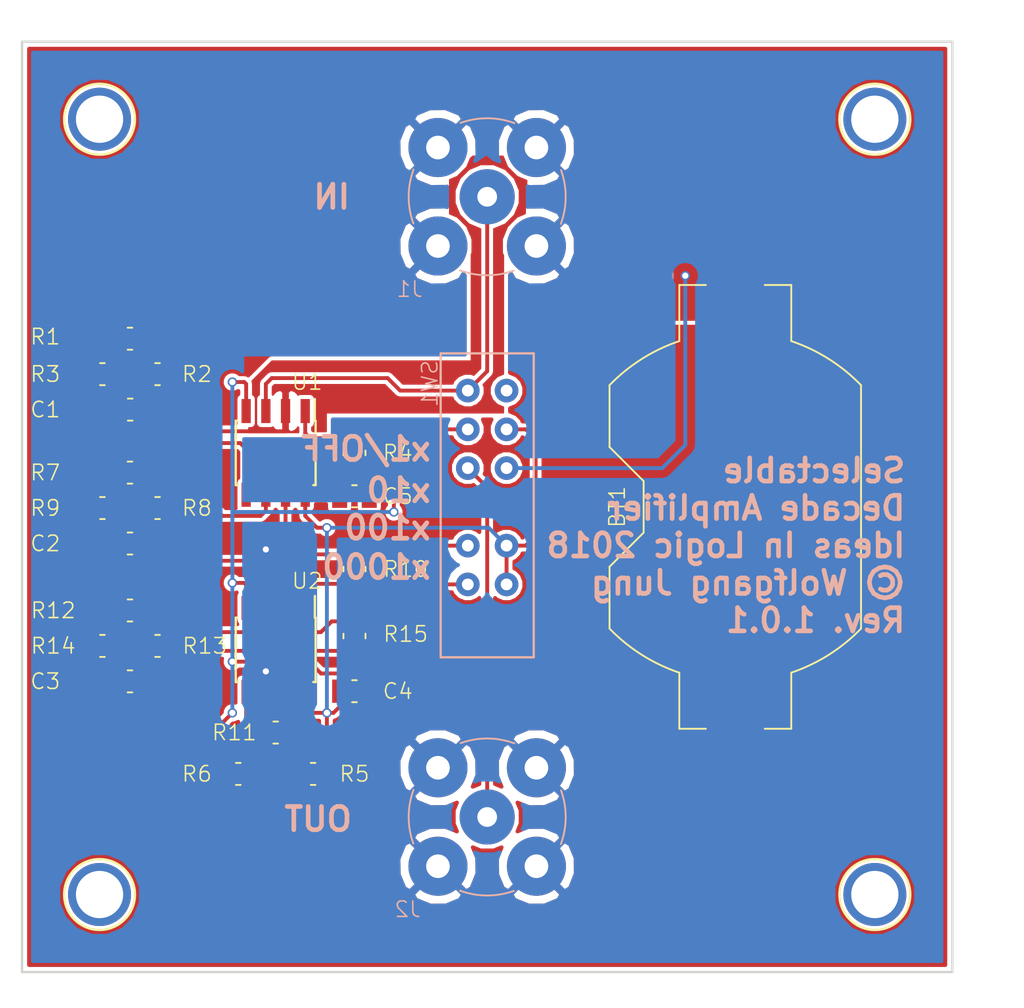
<source format=kicad_pcb>
(kicad_pcb (version 4) (host pcbnew 4.0.7)

  (general
    (links 57)
    (no_connects 0)
    (area 69.924999 69.924999 130.075001 130.075001)
    (thickness 1.6)
    (drawings 11)
    (tracks 187)
    (zones 0)
    (modules 30)
    (nets 21)
  )

  (page A4)
  (layers
    (0 F.Cu signal)
    (31 B.Cu signal)
    (32 B.Adhes user)
    (33 F.Adhes user)
    (34 B.Paste user)
    (35 F.Paste user)
    (36 B.SilkS user)
    (37 F.SilkS user)
    (38 B.Mask user)
    (39 F.Mask user)
    (40 Dwgs.User user)
    (41 Cmts.User user)
    (42 Eco1.User user)
    (43 Eco2.User user)
    (44 Edge.Cuts user)
    (45 Margin user)
    (46 B.CrtYd user)
    (47 F.CrtYd user)
    (48 B.Fab user)
    (49 F.Fab user)
  )

  (setup
    (last_trace_width 0.25)
    (trace_clearance 0.2)
    (zone_clearance 0.381)
    (zone_45_only no)
    (trace_min 0.2)
    (segment_width 0.2)
    (edge_width 0.15)
    (via_size 0.6)
    (via_drill 0.4)
    (via_min_size 0.4)
    (via_min_drill 0.3)
    (uvia_size 0.3)
    (uvia_drill 0.1)
    (uvias_allowed no)
    (uvia_min_size 0.2)
    (uvia_min_drill 0.1)
    (pcb_text_width 0.3)
    (pcb_text_size 1.5 1.5)
    (mod_edge_width 0.15)
    (mod_text_size 1 1)
    (mod_text_width 0.1)
    (pad_size 3.81 3.81)
    (pad_drill 1.6)
    (pad_to_mask_clearance 0.2)
    (aux_axis_origin 0 0)
    (visible_elements FFFEFF7F)
    (pcbplotparams
      (layerselection 0x00030_80000001)
      (usegerberextensions false)
      (excludeedgelayer true)
      (linewidth 0.100000)
      (plotframeref false)
      (viasonmask false)
      (mode 1)
      (useauxorigin false)
      (hpglpennumber 1)
      (hpglpenspeed 20)
      (hpglpendiameter 15)
      (hpglpenoverlay 2)
      (psnegative false)
      (psa4output false)
      (plotreference true)
      (plotvalue true)
      (plotinvisibletext false)
      (padsonsilk false)
      (subtractmaskfromsilk false)
      (outputformat 1)
      (mirror false)
      (drillshape 1)
      (scaleselection 1)
      (outputdirectory ""))
  )

  (net 0 "")
  (net 1 VEE)
  (net 2 /G_10)
  (net 3 /G_100)
  (net 4 /G_1000)
  (net 5 GND)
  (net 6 /G_1)
  (net 7 "Net-(R2-Pad1)")
  (net 8 "Net-(R4-Pad2)")
  (net 9 "Net-(R8-Pad1)")
  (net 10 "Net-(R10-Pad2)")
  (net 11 "Net-(R11-Pad2)")
  (net 12 "Net-(R13-Pad1)")
  (net 13 "Net-(R15-Pad2)")
  (net 14 VCC)
  (net 15 /FB10)
  (net 16 /FB100)
  (net 17 /FB1000)
  (net 18 /VBAT)
  (net 19 /OUT)
  (net 20 /VMID)

  (net_class Default "Dies ist die voreingestellte Netzklasse."
    (clearance 0.2)
    (trace_width 0.25)
    (via_dia 0.6)
    (via_drill 0.4)
    (uvia_dia 0.3)
    (uvia_drill 0.1)
    (add_net /FB10)
    (add_net /FB100)
    (add_net /FB1000)
    (add_net /G_1)
    (add_net /G_10)
    (add_net /G_100)
    (add_net /G_1000)
    (add_net /OUT)
    (add_net /VBAT)
    (add_net /VMID)
    (add_net GND)
    (add_net "Net-(R10-Pad2)")
    (add_net "Net-(R11-Pad2)")
    (add_net "Net-(R13-Pad1)")
    (add_net "Net-(R15-Pad2)")
    (add_net "Net-(R2-Pad1)")
    (add_net "Net-(R4-Pad2)")
    (add_net "Net-(R8-Pad1)")
    (add_net VCC)
    (add_net VEE)
  )

  (module "SS-24E06-TG5:SS-24E06-TG 5 (P)" (layer B.Cu) (tedit 5A5D17D2) (tstamp 5A741554)
    (at 101.25 97.4 270)
    (path /5A5D1B7D)
    (fp_text reference SW1 (at -5.35 4.95 270) (layer B.SilkS)
      (effects (font (size 1 1) (thickness 0.1)) (justify mirror))
    )
    (fp_text value "SS-24E06-TG 5 (P)" (at 3.5 -2.6 270) (layer B.Fab)
      (effects (font (size 1 1) (thickness 0.1)) (justify mirror))
    )
    (fp_line (start 1 2.55) (end 1 -0.05) (layer B.Fab) (width 0.15))
    (fp_line (start 0 2.55) (end 0 -0.05) (layer B.Fab) (width 0.15))
    (fp_line (start -3 2.55) (end -3 -0.05) (layer B.Fab) (width 0.15))
    (fp_line (start -2 2.55) (end -2 -0.05) (layer B.Fab) (width 0.15))
    (fp_line (start -1 2.55) (end -1 -0.05) (layer B.Fab) (width 0.15))
    (fp_line (start 1.5 -0.05) (end -3.5 -0.05) (layer B.Fab) (width 0.15))
    (fp_line (start 1.5 2.55) (end 1.5 -0.05) (layer B.Fab) (width 0.15))
    (fp_line (start -3.5 2.55) (end 1.5 2.55) (layer B.Fab) (width 0.15))
    (fp_line (start -3.5 -0.05) (end -3.5 2.55) (layer B.Fab) (width 0.15))
    (fp_line (start -3.75 -0.25) (end -3.75 2.75) (layer B.Fab) (width 0.15))
    (fp_line (start 8.75 -0.25) (end -3.75 -0.25) (layer B.Fab) (width 0.15))
    (fp_line (start 8.75 2.75) (end 8.75 -0.25) (layer B.Fab) (width 0.15))
    (fp_line (start -3.75 2.75) (end 8.75 2.75) (layer B.Fab) (width 0.15))
    (fp_line (start -7.3 4.25) (end -7.3 -1.75) (layer B.SilkS) (width 0.15))
    (fp_line (start 12.3 -1.75) (end -7.3 -1.75) (layer B.SilkS) (width 0.15))
    (fp_line (start 12.3 4.25) (end 12.3 -1.75) (layer B.SilkS) (width 0.15))
    (fp_line (start -7.3 4.25) (end 12.3 4.25) (layer B.SilkS) (width 0.15))
    (pad 1 thru_hole circle (at -4.9 0 270) (size 1.524 1.524) (drill 0.762) (layers *.Cu *.Mask))
    (pad 2 thru_hole circle (at -2.4 0 270) (size 1.524 1.524) (drill 0.762) (layers *.Cu *.Mask)
      (net 14 VCC))
    (pad 3 thru_hole circle (at 0.1 0 270) (size 1.524 1.524) (drill 0.762) (layers *.Cu *.Mask)
      (net 18 /VBAT))
    (pad 4 thru_hole circle (at 5.1 0 270) (size 1.524 1.524) (drill 0.762) (layers *.Cu *.Mask)
      (net 14 VCC))
    (pad 5 thru_hole circle (at 7.6 0 270) (size 1.524 1.524) (drill 0.762) (layers *.Cu *.Mask)
      (net 14 VCC))
    (pad 6 thru_hole circle (at -4.9 2.5 270) (size 1.524 1.524) (drill 0.762) (layers *.Cu *.Mask)
      (net 6 /G_1))
    (pad 7 thru_hole circle (at -2.4 2.5 270) (size 1.524 1.524) (drill 0.762) (layers *.Cu *.Mask)
      (net 2 /G_10))
    (pad 8 thru_hole circle (at 0.1 2.5 270) (size 1.524 1.524) (drill 0.762) (layers *.Cu *.Mask)
      (net 19 /OUT))
    (pad 9 thru_hole circle (at 5.1 2.5 270) (size 1.524 1.524) (drill 0.762) (layers *.Cu *.Mask)
      (net 3 /G_100))
    (pad 10 thru_hole circle (at 7.6 2.5 270) (size 1.524 1.524) (drill 0.762) (layers *.Cu *.Mask)
      (net 4 /G_1000))
  )

  (module Battery_Holders:Keystone_1058_1x2032-CoinCell (layer F.Cu) (tedit 589EE147) (tstamp 5A7414C6)
    (at 116 100 270)
    (descr http://www.keyelco.com/product-pdf.cfm?p=14028)
    (tags "Keystone type 1058 coin cell retainer")
    (path /5A5D3B3A)
    (attr smd)
    (fp_text reference BT1 (at 0 7.62 270) (layer F.SilkS)
      (effects (font (size 1 1) (thickness 0.1)))
    )
    (fp_text value "Keystone 1058" (at 0 -9.398 450) (layer F.Fab)
      (effects (font (size 1 1) (thickness 0.1)))
    )
    (fp_arc (start 0 0) (end 11.06 4.11) (angle 139.2) (layer F.CrtYd) (width 0.05))
    (fp_arc (start 0 0) (end -11.06 -4.11) (angle 139.2) (layer F.CrtYd) (width 0.05))
    (fp_line (start 11.06 4.11) (end 16.45 4.11) (layer F.CrtYd) (width 0.05))
    (fp_line (start 16.45 4.11) (end 16.45 -4.11) (layer F.CrtYd) (width 0.05))
    (fp_line (start 16.45 -4.11) (end 11.06 -4.11) (layer F.CrtYd) (width 0.05))
    (fp_line (start -16.45 -4.11) (end -11.06 -4.11) (layer F.CrtYd) (width 0.05))
    (fp_line (start -16.45 -4.11) (end -16.45 4.11) (layer F.CrtYd) (width 0.05))
    (fp_line (start -16.45 4.11) (end -11.06 4.11) (layer F.CrtYd) (width 0.05))
    (fp_arc (start 0 0) (end -10.692 3.61) (angle -27.3) (layer F.SilkS) (width 0.12))
    (fp_arc (start 0 0) (end 10.692 -3.61) (angle -27.3) (layer F.SilkS) (width 0.12))
    (fp_arc (start 0 0) (end 10.692 3.61) (angle 27.3) (layer F.SilkS) (width 0.12))
    (fp_arc (start 0 0) (end -10.692 -3.61) (angle 27.3) (layer F.SilkS) (width 0.12))
    (fp_line (start -14.31 1.9) (end -14.31 3.61) (layer F.SilkS) (width 0.12))
    (fp_line (start -10.692 3.61) (end -14.31 3.61) (layer F.SilkS) (width 0.12))
    (fp_line (start -3.86 8.11) (end -7.8473 8.11) (layer F.SilkS) (width 0.12))
    (fp_line (start -1.66 5.91) (end -3.86 8.11) (layer F.SilkS) (width 0.12))
    (fp_line (start 1.66 5.91) (end -1.66 5.91) (layer F.SilkS) (width 0.12))
    (fp_line (start 1.66 5.91) (end 3.86 8.11) (layer F.SilkS) (width 0.12))
    (fp_line (start 7.8473 8.11) (end 3.86 8.11) (layer F.SilkS) (width 0.12))
    (fp_line (start 14.31 1.9) (end 14.31 3.61) (layer F.SilkS) (width 0.12))
    (fp_line (start 14.31 3.61) (end 10.692 3.61) (layer F.SilkS) (width 0.12))
    (fp_line (start 10.692 -3.61) (end 14.31 -3.61) (layer F.SilkS) (width 0.12))
    (fp_line (start 14.31 -1.9) (end 14.31 -3.61) (layer F.SilkS) (width 0.12))
    (fp_line (start -7.8473 -8.11) (end 7.8473 -8.11) (layer F.SilkS) (width 0.12))
    (fp_line (start -14.31 -1.9) (end -14.31 -3.61) (layer F.SilkS) (width 0.12))
    (fp_line (start -14.31 -3.61) (end -10.692 -3.61) (layer F.SilkS) (width 0.12))
    (fp_arc (start 0 0) (end -10.61275 3.5) (angle -27.4635) (layer F.Fab) (width 0.1))
    (fp_arc (start 0 0) (end 10.61275 -3.5) (angle -27.4635) (layer F.Fab) (width 0.1))
    (fp_arc (start 0 0) (end 10.61275 3.5) (angle 27.4635) (layer F.Fab) (width 0.1))
    (fp_line (start 14.2 1.9) (end 14.2 3.5) (layer F.Fab) (width 0.1))
    (fp_line (start 14.2 3.5) (end 10.61275 3.5) (layer F.Fab) (width 0.1))
    (fp_line (start 10.61275 -3.5) (end 14.2 -3.5) (layer F.Fab) (width 0.1))
    (fp_line (start 14.2 -3.5) (end 14.2 -1.9) (layer F.Fab) (width 0.1))
    (fp_line (start -14.2 1.9) (end -14.2 3.5) (layer F.Fab) (width 0.1))
    (fp_line (start -14.2 3.5) (end -10.61275 3.5) (layer F.Fab) (width 0.1))
    (fp_line (start 3.9 8) (end 7.8026 8) (layer F.Fab) (width 0.1))
    (fp_line (start 1.7 5.8) (end 3.9 8) (layer F.Fab) (width 0.1))
    (fp_line (start -1.7 5.8) (end -3.9 8) (layer F.Fab) (width 0.1))
    (fp_line (start -1.7 5.8) (end 1.7 5.8) (layer F.Fab) (width 0.1))
    (fp_line (start -14.2 -3.5) (end -10.61275 -3.5) (layer F.Fab) (width 0.1))
    (fp_line (start -14.2 -3.5) (end -14.2 -1.9) (layer F.Fab) (width 0.1))
    (fp_line (start -3.9 8) (end -7.8026 8) (layer F.Fab) (width 0.1))
    (fp_line (start -7.8026 -8) (end 7.8026 -8) (layer F.Fab) (width 0.1))
    (fp_arc (start 0 0) (end -10.61275 -3.5) (angle 27.4635) (layer F.Fab) (width 0.1))
    (fp_circle (center 0 0) (end 10 0) (layer Dwgs.User) (width 0.15))
    (pad 1 smd rect (at -14.68 0 270) (size 2.54 3.51) (layers F.Cu F.Paste F.Mask)
      (net 18 /VBAT))
    (pad 2 smd rect (at 14.68 0 270) (size 2.54 3.51) (layers F.Cu F.Paste F.Mask)
      (net 1 VEE))
  )

  (module Connectors:1pin (layer F.Cu) (tedit 5A5D35F5) (tstamp 5A80B71A)
    (at 75 125)
    (descr "module 1 pin (ou trou mecanique de percage)")
    (tags DEV)
    (fp_text reference REF** (at 0 -3.048) (layer F.SilkS) hide
      (effects (font (size 1 1) (thickness 0.1)))
    )
    (fp_text value 1pin (at 0 2.794) (layer F.Fab)
      (effects (font (size 1 1) (thickness 0.1)))
    )
    (fp_circle (center 0 0) (end 0 -2.286) (layer F.SilkS) (width 0.15))
    (pad 1 thru_hole circle (at 0 0) (size 4.064 4.064) (drill 3.048) (layers *.Cu *.Mask))
  )

  (module Connectors:1pin (layer F.Cu) (tedit 5A5D35F2) (tstamp 5A80B720)
    (at 125 125)
    (descr "module 1 pin (ou trou mecanique de percage)")
    (tags DEV)
    (fp_text reference REF** (at 0 -3.048) (layer F.SilkS) hide
      (effects (font (size 1 1) (thickness 0.1)))
    )
    (fp_text value 1pin (at 0 2.794) (layer F.Fab)
      (effects (font (size 1 1) (thickness 0.1)))
    )
    (fp_circle (center 0 0) (end 0 -2.286) (layer F.SilkS) (width 0.15))
    (pad 1 thru_hole circle (at 0 0) (size 4.064 4.064) (drill 3.048) (layers *.Cu *.Mask))
  )

  (module Connectors:1pin (layer F.Cu) (tedit 5A5D35EE) (tstamp 5A80B726)
    (at 125 75)
    (descr "module 1 pin (ou trou mecanique de percage)")
    (tags DEV)
    (fp_text reference REF** (at 0 -3.048) (layer F.SilkS) hide
      (effects (font (size 1 1) (thickness 0.1)))
    )
    (fp_text value 1pin (at 0 2.794) (layer F.Fab)
      (effects (font (size 1 1) (thickness 0.1)))
    )
    (fp_circle (center 0 0) (end 0 -2.286) (layer F.SilkS) (width 0.15))
    (pad 1 thru_hole circle (at 0 0) (size 4.064 4.064) (drill 3.048) (layers *.Cu *.Mask))
  )

  (module Connectors:1pin (layer F.Cu) (tedit 5A5D35EC) (tstamp 5A80B72C)
    (at 75 75)
    (descr "module 1 pin (ou trou mecanique de percage)")
    (tags DEV)
    (fp_text reference REF** (at 0 -3.048) (layer F.SilkS) hide
      (effects (font (size 1 1) (thickness 0.1)))
    )
    (fp_text value 1pin (at 0 2.794) (layer F.Fab)
      (effects (font (size 1 1) (thickness 0.1)))
    )
    (fp_circle (center 0 0) (end 0 -2.286) (layer F.SilkS) (width 0.15))
    (pad 1 thru_hole circle (at 0 0) (size 4.064 4.064) (drill 3.048) (layers *.Cu *.Mask))
  )

  (module Capacitor_SMD:C_0805_2012Metric (layer F.Cu) (tedit 59FE48B8) (tstamp 5A6A69EB)
    (at 76.978 93.726)
    (descr "Capacitor SMD 0805 (2012 Metric), square (rectangular) end terminal, IPC_7351 nominal, (Body size source: http://www.tortai-tech.com/upload/download/2011102023233369053.pdf), generated with kicad-footprint-generator")
    (tags capacitor)
    (path /5A5D271D)
    (attr smd)
    (fp_text reference C1 (at -5.477 0) (layer F.SilkS)
      (effects (font (size 1 1) (thickness 0.1)))
    )
    (fp_text value 22pF (at 0 1.85) (layer F.Fab)
      (effects (font (size 1 1) (thickness 0.1)))
    )
    (fp_line (start -1 0.6) (end -1 -0.6) (layer F.Fab) (width 0.1))
    (fp_line (start -1 -0.6) (end 1 -0.6) (layer F.Fab) (width 0.1))
    (fp_line (start 1 -0.6) (end 1 0.6) (layer F.Fab) (width 0.1))
    (fp_line (start 1 0.6) (end -1 0.6) (layer F.Fab) (width 0.1))
    (fp_line (start -0.15 -0.71) (end 0.15 -0.71) (layer F.SilkS) (width 0.12))
    (fp_line (start -0.15 0.71) (end 0.15 0.71) (layer F.SilkS) (width 0.12))
    (fp_line (start -1.69 1) (end -1.69 -1) (layer F.CrtYd) (width 0.05))
    (fp_line (start -1.69 -1) (end 1.69 -1) (layer F.CrtYd) (width 0.05))
    (fp_line (start 1.69 -1) (end 1.69 1) (layer F.CrtYd) (width 0.05))
    (fp_line (start 1.69 1) (end -1.69 1) (layer F.CrtYd) (width 0.05))
    (fp_text user %R (at 0 0) (layer F.Fab)
      (effects (font (size 0.5 0.5) (thickness 0.08)))
    )
    (pad 1 smd rect (at -0.955 0) (size 0.97 1.5) (layers F.Cu F.Paste F.Mask)
      (net 2 /G_10))
    (pad 2 smd rect (at 0.955 0) (size 0.97 1.5) (layers F.Cu F.Paste F.Mask)
      (net 15 /FB10))
    (model ${KISYS3DMOD}/Capacitor_SMD.3dshapes/C_0805_2012Metric.wrl
      (at (xyz 0 0 0))
      (scale (xyz 1 1 1))
      (rotate (xyz 0 0 0))
    )
  )

  (module Capacitor_SMD:C_0805_2012Metric (layer F.Cu) (tedit 59FE48B8) (tstamp 5A6A69F0)
    (at 76.962 102.362)
    (descr "Capacitor SMD 0805 (2012 Metric), square (rectangular) end terminal, IPC_7351 nominal, (Body size source: http://www.tortai-tech.com/upload/download/2011102023233369053.pdf), generated with kicad-footprint-generator")
    (tags capacitor)
    (path /5A5D2D18)
    (attr smd)
    (fp_text reference C2 (at -5.461 0) (layer F.SilkS)
      (effects (font (size 1 1) (thickness 0.1)))
    )
    (fp_text value 22pF (at 0 1.85) (layer F.Fab)
      (effects (font (size 1 1) (thickness 0.1)))
    )
    (fp_line (start -1 0.6) (end -1 -0.6) (layer F.Fab) (width 0.1))
    (fp_line (start -1 -0.6) (end 1 -0.6) (layer F.Fab) (width 0.1))
    (fp_line (start 1 -0.6) (end 1 0.6) (layer F.Fab) (width 0.1))
    (fp_line (start 1 0.6) (end -1 0.6) (layer F.Fab) (width 0.1))
    (fp_line (start -0.15 -0.71) (end 0.15 -0.71) (layer F.SilkS) (width 0.12))
    (fp_line (start -0.15 0.71) (end 0.15 0.71) (layer F.SilkS) (width 0.12))
    (fp_line (start -1.69 1) (end -1.69 -1) (layer F.CrtYd) (width 0.05))
    (fp_line (start -1.69 -1) (end 1.69 -1) (layer F.CrtYd) (width 0.05))
    (fp_line (start 1.69 -1) (end 1.69 1) (layer F.CrtYd) (width 0.05))
    (fp_line (start 1.69 1) (end -1.69 1) (layer F.CrtYd) (width 0.05))
    (fp_text user %R (at 0 0) (layer F.Fab)
      (effects (font (size 0.5 0.5) (thickness 0.08)))
    )
    (pad 1 smd rect (at -0.955 0) (size 0.97 1.5) (layers F.Cu F.Paste F.Mask)
      (net 3 /G_100))
    (pad 2 smd rect (at 0.955 0) (size 0.97 1.5) (layers F.Cu F.Paste F.Mask)
      (net 16 /FB100))
    (model ${KISYS3DMOD}/Capacitor_SMD.3dshapes/C_0805_2012Metric.wrl
      (at (xyz 0 0 0))
      (scale (xyz 1 1 1))
      (rotate (xyz 0 0 0))
    )
  )

  (module Capacitor_SMD:C_0805_2012Metric (layer F.Cu) (tedit 59FE48B8) (tstamp 5A6A69F5)
    (at 76.962 111.252)
    (descr "Capacitor SMD 0805 (2012 Metric), square (rectangular) end terminal, IPC_7351 nominal, (Body size source: http://www.tortai-tech.com/upload/download/2011102023233369053.pdf), generated with kicad-footprint-generator")
    (tags capacitor)
    (path /5A5D2DD5)
    (attr smd)
    (fp_text reference C3 (at -5.461 0) (layer F.SilkS)
      (effects (font (size 1 1) (thickness 0.1)))
    )
    (fp_text value 22pF (at 0 1.85) (layer F.Fab)
      (effects (font (size 1 1) (thickness 0.1)))
    )
    (fp_line (start -1 0.6) (end -1 -0.6) (layer F.Fab) (width 0.1))
    (fp_line (start -1 -0.6) (end 1 -0.6) (layer F.Fab) (width 0.1))
    (fp_line (start 1 -0.6) (end 1 0.6) (layer F.Fab) (width 0.1))
    (fp_line (start 1 0.6) (end -1 0.6) (layer F.Fab) (width 0.1))
    (fp_line (start -0.15 -0.71) (end 0.15 -0.71) (layer F.SilkS) (width 0.12))
    (fp_line (start -0.15 0.71) (end 0.15 0.71) (layer F.SilkS) (width 0.12))
    (fp_line (start -1.69 1) (end -1.69 -1) (layer F.CrtYd) (width 0.05))
    (fp_line (start -1.69 -1) (end 1.69 -1) (layer F.CrtYd) (width 0.05))
    (fp_line (start 1.69 -1) (end 1.69 1) (layer F.CrtYd) (width 0.05))
    (fp_line (start 1.69 1) (end -1.69 1) (layer F.CrtYd) (width 0.05))
    (fp_text user %R (at 0 0) (layer F.Fab)
      (effects (font (size 0.5 0.5) (thickness 0.08)))
    )
    (pad 1 smd rect (at -0.955 0) (size 0.97 1.5) (layers F.Cu F.Paste F.Mask)
      (net 4 /G_1000))
    (pad 2 smd rect (at 0.955 0) (size 0.97 1.5) (layers F.Cu F.Paste F.Mask)
      (net 17 /FB1000))
    (model ${KISYS3DMOD}/Capacitor_SMD.3dshapes/C_0805_2012Metric.wrl
      (at (xyz 0 0 0))
      (scale (xyz 1 1 1))
      (rotate (xyz 0 0 0))
    )
  )

  (module Capacitor_SMD:C_0805_2012Metric (layer F.Cu) (tedit 59FE48B8) (tstamp 5A6A69FA)
    (at 91.44 111.887)
    (descr "Capacitor SMD 0805 (2012 Metric), square (rectangular) end terminal, IPC_7351 nominal, (Body size source: http://www.tortai-tech.com/upload/download/2011102023233369053.pdf), generated with kicad-footprint-generator")
    (tags capacitor)
    (path /5A5D4596)
    (attr smd)
    (fp_text reference C4 (at 2.794 0) (layer F.SilkS)
      (effects (font (size 1 1) (thickness 0.1)))
    )
    (fp_text value 100nF (at 0 1.85) (layer F.Fab)
      (effects (font (size 1 1) (thickness 0.1)))
    )
    (fp_line (start -1 0.6) (end -1 -0.6) (layer F.Fab) (width 0.1))
    (fp_line (start -1 -0.6) (end 1 -0.6) (layer F.Fab) (width 0.1))
    (fp_line (start 1 -0.6) (end 1 0.6) (layer F.Fab) (width 0.1))
    (fp_line (start 1 0.6) (end -1 0.6) (layer F.Fab) (width 0.1))
    (fp_line (start -0.15 -0.71) (end 0.15 -0.71) (layer F.SilkS) (width 0.12))
    (fp_line (start -0.15 0.71) (end 0.15 0.71) (layer F.SilkS) (width 0.12))
    (fp_line (start -1.69 1) (end -1.69 -1) (layer F.CrtYd) (width 0.05))
    (fp_line (start -1.69 -1) (end 1.69 -1) (layer F.CrtYd) (width 0.05))
    (fp_line (start 1.69 -1) (end 1.69 1) (layer F.CrtYd) (width 0.05))
    (fp_line (start 1.69 1) (end -1.69 1) (layer F.CrtYd) (width 0.05))
    (fp_text user %R (at 0 0) (layer F.Fab)
      (effects (font (size 0.5 0.5) (thickness 0.08)))
    )
    (pad 1 smd rect (at -0.955 0) (size 0.97 1.5) (layers F.Cu F.Paste F.Mask)
      (net 14 VCC))
    (pad 2 smd rect (at 0.955 0) (size 0.97 1.5) (layers F.Cu F.Paste F.Mask)
      (net 1 VEE))
    (model ${KISYS3DMOD}/Capacitor_SMD.3dshapes/C_0805_2012Metric.wrl
      (at (xyz 0 0 0))
      (scale (xyz 1 1 1))
      (rotate (xyz 0 0 0))
    )
  )

  (module Capacitor_SMD:C_0805_2012Metric (layer F.Cu) (tedit 59FE48B8) (tstamp 5A6A69FF)
    (at 91.44 99.314)
    (descr "Capacitor SMD 0805 (2012 Metric), square (rectangular) end terminal, IPC_7351 nominal, (Body size source: http://www.tortai-tech.com/upload/download/2011102023233369053.pdf), generated with kicad-footprint-generator")
    (tags capacitor)
    (path /5A5D4708)
    (attr smd)
    (fp_text reference C5 (at 2.794 0) (layer F.SilkS)
      (effects (font (size 1 1) (thickness 0.1)))
    )
    (fp_text value 100nF (at 0 1.85) (layer F.Fab)
      (effects (font (size 1 1) (thickness 0.1)))
    )
    (fp_line (start -1 0.6) (end -1 -0.6) (layer F.Fab) (width 0.1))
    (fp_line (start -1 -0.6) (end 1 -0.6) (layer F.Fab) (width 0.1))
    (fp_line (start 1 -0.6) (end 1 0.6) (layer F.Fab) (width 0.1))
    (fp_line (start 1 0.6) (end -1 0.6) (layer F.Fab) (width 0.1))
    (fp_line (start -0.15 -0.71) (end 0.15 -0.71) (layer F.SilkS) (width 0.12))
    (fp_line (start -0.15 0.71) (end 0.15 0.71) (layer F.SilkS) (width 0.12))
    (fp_line (start -1.69 1) (end -1.69 -1) (layer F.CrtYd) (width 0.05))
    (fp_line (start -1.69 -1) (end 1.69 -1) (layer F.CrtYd) (width 0.05))
    (fp_line (start 1.69 -1) (end 1.69 1) (layer F.CrtYd) (width 0.05))
    (fp_line (start 1.69 1) (end -1.69 1) (layer F.CrtYd) (width 0.05))
    (fp_text user %R (at 0 0) (layer F.Fab)
      (effects (font (size 0.5 0.5) (thickness 0.08)))
    )
    (pad 1 smd rect (at -0.955 0) (size 0.97 1.5) (layers F.Cu F.Paste F.Mask)
      (net 14 VCC))
    (pad 2 smd rect (at 0.955 0) (size 0.97 1.5) (layers F.Cu F.Paste F.Mask)
      (net 1 VEE))
    (model ${KISYS3DMOD}/Capacitor_SMD.3dshapes/C_0805_2012Metric.wrl
      (at (xyz 0 0 0))
      (scale (xyz 1 1 1))
      (rotate (xyz 0 0 0))
    )
  )

  (module Connector_Coaxial:BNC_TEConnectivity_1478204_Vertical (layer B.Cu) (tedit 5A1DBFC1) (tstamp 5A6A6A04)
    (at 100 80)
    (descr "BNC female PCB mount 4 pin straight chassis connector http://www.te.com/usa-en/product-1-1478204-0.html")
    (tags "BNC female PCB mount 4 pin straight chassis connector ")
    (path /5A5D1C8F)
    (fp_text reference J1 (at -5.004 5.959) (layer B.SilkS)
      (effects (font (size 1 1) (thickness 0.1)) (justify mirror))
    )
    (fp_text value Conn_Coaxial (at 0 -6.5) (layer B.Fab)
      (effects (font (size 1 1) (thickness 0.1)) (justify mirror))
    )
    (fp_text user %R (at 0 0) (layer B.Fab)
      (effects (font (size 1 1) (thickness 0.15)) (justify mirror))
    )
    (fp_line (start 5.5 5.5) (end 5.5 -5.5) (layer B.CrtYd) (width 0.05))
    (fp_line (start 5.5 -5.5) (end -5.5 -5.5) (layer B.CrtYd) (width 0.05))
    (fp_line (start -5.5 -5.5) (end -5.5 5.5) (layer B.CrtYd) (width 0.05))
    (fp_line (start -5.5 5.5) (end 5.5 5.5) (layer B.CrtYd) (width 0.05))
    (fp_circle (center 0 0) (end 4.8 0) (layer B.Fab) (width 0.1))
    (fp_arc (start 0 0) (end -4.75 -1.75) (angle -40) (layer B.SilkS) (width 0.12))
    (fp_arc (start 0 0) (end 1.75 -4.75) (angle -40) (layer B.SilkS) (width 0.12))
    (fp_arc (start 0 0) (end 4.75 1.75) (angle -40) (layer B.SilkS) (width 0.12))
    (fp_arc (start 0 0) (end -1.75 4.75) (angle -40) (layer B.SilkS) (width 0.12))
    (pad 2 thru_hole circle (at -3.175 3.175) (size 3.81 3.81) (drill 1.524) (layers *.Cu *.Mask)
      (net 5 GND))
    (pad 1 thru_hole circle (at 0 0) (size 3.556 3.556) (drill 1.27) (layers *.Cu *.Mask)
      (net 6 /G_1))
    (pad 2 thru_hole circle (at 3.175 3.175) (size 3.81 3.81) (drill 1.524) (layers *.Cu *.Mask)
      (net 5 GND))
    (pad 2 thru_hole circle (at -3.175 -3.175) (size 3.81 3.81) (drill 1.524) (layers *.Cu *.Mask)
      (net 5 GND))
    (pad 2 thru_hole circle (at 3.175 -3.175) (size 3.81 3.81) (drill 1.524) (layers *.Cu *.Mask)
      (net 5 GND))
    (model ${KISYS3DMOD}/Connectors.3dshapes/bnc-ci.wrl
      (at (xyz 0 0 0))
      (scale (xyz 2 2 2))
      (rotate (xyz 0 0 0))
    )
  )

  (module Connector_Coaxial:BNC_TEConnectivity_1478204_Vertical (layer B.Cu) (tedit 5A1DBFC1) (tstamp 5A6A6A0C)
    (at 100 120)
    (descr "BNC female PCB mount 4 pin straight chassis connector http://www.te.com/usa-en/product-1-1478204-0.html")
    (tags "BNC female PCB mount 4 pin straight chassis connector ")
    (path /5A5D3F1A)
    (fp_text reference J2 (at -5.131 5.954) (layer B.SilkS)
      (effects (font (size 1 1) (thickness 0.1)) (justify mirror))
    )
    (fp_text value Conn_Coaxial (at 0 -6.5) (layer B.Fab)
      (effects (font (size 1 1) (thickness 0.1)) (justify mirror))
    )
    (fp_text user %R (at 0 0) (layer B.Fab)
      (effects (font (size 1 1) (thickness 0.15)) (justify mirror))
    )
    (fp_line (start 5.5 5.5) (end 5.5 -5.5) (layer B.CrtYd) (width 0.05))
    (fp_line (start 5.5 -5.5) (end -5.5 -5.5) (layer B.CrtYd) (width 0.05))
    (fp_line (start -5.5 -5.5) (end -5.5 5.5) (layer B.CrtYd) (width 0.05))
    (fp_line (start -5.5 5.5) (end 5.5 5.5) (layer B.CrtYd) (width 0.05))
    (fp_circle (center 0 0) (end 4.8 0) (layer B.Fab) (width 0.1))
    (fp_arc (start 0 0) (end -4.75 -1.75) (angle -40) (layer B.SilkS) (width 0.12))
    (fp_arc (start 0 0) (end 1.75 -4.75) (angle -40) (layer B.SilkS) (width 0.12))
    (fp_arc (start 0 0) (end 4.75 1.75) (angle -40) (layer B.SilkS) (width 0.12))
    (fp_arc (start 0 0) (end -1.75 4.75) (angle -40) (layer B.SilkS) (width 0.12))
    (pad 2 thru_hole circle (at -3.175 3.175) (size 3.81 3.81) (drill 1.524) (layers *.Cu *.Mask)
      (net 5 GND))
    (pad 1 thru_hole circle (at 0 0) (size 3.556 3.556) (drill 1.27) (layers *.Cu *.Mask)
      (net 19 /OUT))
    (pad 2 thru_hole circle (at 3.175 3.175) (size 3.81 3.81) (drill 1.524) (layers *.Cu *.Mask)
      (net 5 GND))
    (pad 2 thru_hole circle (at -3.175 -3.175) (size 3.81 3.81) (drill 1.524) (layers *.Cu *.Mask)
      (net 5 GND))
    (pad 2 thru_hole circle (at 3.175 -3.175) (size 3.81 3.81) (drill 1.524) (layers *.Cu *.Mask)
      (net 5 GND))
    (model ${KISYS3DMOD}/Connectors.3dshapes/bnc-ci.wrl
      (at (xyz 0 0 0))
      (scale (xyz 2 2 2))
      (rotate (xyz 0 0 0))
    )
  )

  (module Resistor_SMD:R_0805_2012Metric (layer F.Cu) (tedit 59FE48B8) (tstamp 5A6A6A14)
    (at 76.962 89.154)
    (descr "Resistor SMD 0805 (2012 Metric), square (rectangular) end terminal, IPC_7351 nominal, (Body size source: http://www.tortai-tech.com/upload/download/2011102023233369053.pdf), generated with kicad-footprint-generator")
    (tags resistor)
    (path /5A5D26CC)
    (attr smd)
    (fp_text reference R1 (at -5.461 -0.127) (layer F.SilkS)
      (effects (font (size 1 1) (thickness 0.1)))
    )
    (fp_text value 1k (at 0 1.85) (layer F.Fab)
      (effects (font (size 1 1) (thickness 0.1)))
    )
    (fp_line (start -1 0.6) (end -1 -0.6) (layer F.Fab) (width 0.1))
    (fp_line (start -1 -0.6) (end 1 -0.6) (layer F.Fab) (width 0.1))
    (fp_line (start 1 -0.6) (end 1 0.6) (layer F.Fab) (width 0.1))
    (fp_line (start 1 0.6) (end -1 0.6) (layer F.Fab) (width 0.1))
    (fp_line (start -0.15 -0.71) (end 0.15 -0.71) (layer F.SilkS) (width 0.12))
    (fp_line (start -0.15 0.71) (end 0.15 0.71) (layer F.SilkS) (width 0.12))
    (fp_line (start -1.69 1) (end -1.69 -1) (layer F.CrtYd) (width 0.05))
    (fp_line (start -1.69 -1) (end 1.69 -1) (layer F.CrtYd) (width 0.05))
    (fp_line (start 1.69 -1) (end 1.69 1) (layer F.CrtYd) (width 0.05))
    (fp_line (start 1.69 1) (end -1.69 1) (layer F.CrtYd) (width 0.05))
    (fp_text user %R (at 0 0) (layer F.Fab)
      (effects (font (size 0.5 0.5) (thickness 0.08)))
    )
    (pad 1 smd rect (at -0.955 0) (size 0.97 1.5) (layers F.Cu F.Paste F.Mask)
      (net 5 GND))
    (pad 2 smd rect (at 0.955 0) (size 0.97 1.5) (layers F.Cu F.Paste F.Mask)
      (net 15 /FB10))
    (model ${KISYS3DMOD}/Resistor_SMD.3dshapes/R_0805_2012Metric.wrl
      (at (xyz 0 0 0))
      (scale (xyz 1 1 1))
      (rotate (xyz 0 0 0))
    )
  )

  (module Resistor_SMD:R_0805_2012Metric (layer F.Cu) (tedit 59FE48B8) (tstamp 5A6A6A19)
    (at 78.74 91.44)
    (descr "Resistor SMD 0805 (2012 Metric), square (rectangular) end terminal, IPC_7351 nominal, (Body size source: http://www.tortai-tech.com/upload/download/2011102023233369053.pdf), generated with kicad-footprint-generator")
    (tags resistor)
    (path /5A5D2609)
    (attr smd)
    (fp_text reference R2 (at 2.54 0) (layer F.SilkS)
      (effects (font (size 1 1) (thickness 0.1)))
    )
    (fp_text value 6k8 (at 0 1.85) (layer F.Fab)
      (effects (font (size 1 1) (thickness 0.1)))
    )
    (fp_line (start -1 0.6) (end -1 -0.6) (layer F.Fab) (width 0.1))
    (fp_line (start -1 -0.6) (end 1 -0.6) (layer F.Fab) (width 0.1))
    (fp_line (start 1 -0.6) (end 1 0.6) (layer F.Fab) (width 0.1))
    (fp_line (start 1 0.6) (end -1 0.6) (layer F.Fab) (width 0.1))
    (fp_line (start -0.15 -0.71) (end 0.15 -0.71) (layer F.SilkS) (width 0.12))
    (fp_line (start -0.15 0.71) (end 0.15 0.71) (layer F.SilkS) (width 0.12))
    (fp_line (start -1.69 1) (end -1.69 -1) (layer F.CrtYd) (width 0.05))
    (fp_line (start -1.69 -1) (end 1.69 -1) (layer F.CrtYd) (width 0.05))
    (fp_line (start 1.69 -1) (end 1.69 1) (layer F.CrtYd) (width 0.05))
    (fp_line (start 1.69 1) (end -1.69 1) (layer F.CrtYd) (width 0.05))
    (fp_text user %R (at 0 0) (layer F.Fab)
      (effects (font (size 0.5 0.5) (thickness 0.08)))
    )
    (pad 1 smd rect (at -0.955 0) (size 0.97 1.5) (layers F.Cu F.Paste F.Mask)
      (net 7 "Net-(R2-Pad1)"))
    (pad 2 smd rect (at 0.955 0) (size 0.97 1.5) (layers F.Cu F.Paste F.Mask)
      (net 15 /FB10))
    (model ${KISYS3DMOD}/Resistor_SMD.3dshapes/R_0805_2012Metric.wrl
      (at (xyz 0 0 0))
      (scale (xyz 1 1 1))
      (rotate (xyz 0 0 0))
    )
  )

  (module Resistor_SMD:R_0805_2012Metric (layer F.Cu) (tedit 59FE48B8) (tstamp 5A6A6A1E)
    (at 75.184 91.44)
    (descr "Resistor SMD 0805 (2012 Metric), square (rectangular) end terminal, IPC_7351 nominal, (Body size source: http://www.tortai-tech.com/upload/download/2011102023233369053.pdf), generated with kicad-footprint-generator")
    (tags resistor)
    (path /5A5D267C)
    (attr smd)
    (fp_text reference R3 (at -3.683 0) (layer F.SilkS)
      (effects (font (size 1 1) (thickness 0.1)))
    )
    (fp_text value 2k2 (at 0 1.85) (layer F.Fab)
      (effects (font (size 1 1) (thickness 0.1)))
    )
    (fp_line (start -1 0.6) (end -1 -0.6) (layer F.Fab) (width 0.1))
    (fp_line (start -1 -0.6) (end 1 -0.6) (layer F.Fab) (width 0.1))
    (fp_line (start 1 -0.6) (end 1 0.6) (layer F.Fab) (width 0.1))
    (fp_line (start 1 0.6) (end -1 0.6) (layer F.Fab) (width 0.1))
    (fp_line (start -0.15 -0.71) (end 0.15 -0.71) (layer F.SilkS) (width 0.12))
    (fp_line (start -0.15 0.71) (end 0.15 0.71) (layer F.SilkS) (width 0.12))
    (fp_line (start -1.69 1) (end -1.69 -1) (layer F.CrtYd) (width 0.05))
    (fp_line (start -1.69 -1) (end 1.69 -1) (layer F.CrtYd) (width 0.05))
    (fp_line (start 1.69 -1) (end 1.69 1) (layer F.CrtYd) (width 0.05))
    (fp_line (start 1.69 1) (end -1.69 1) (layer F.CrtYd) (width 0.05))
    (fp_text user %R (at 0 0) (layer F.Fab)
      (effects (font (size 0.5 0.5) (thickness 0.08)))
    )
    (pad 1 smd rect (at -0.955 0) (size 0.97 1.5) (layers F.Cu F.Paste F.Mask)
      (net 2 /G_10))
    (pad 2 smd rect (at 0.955 0) (size 0.97 1.5) (layers F.Cu F.Paste F.Mask)
      (net 7 "Net-(R2-Pad1)"))
    (model ${KISYS3DMOD}/Resistor_SMD.3dshapes/R_0805_2012Metric.wrl
      (at (xyz 0 0 0))
      (scale (xyz 1 1 1))
      (rotate (xyz 0 0 0))
    )
  )

  (module Resistor_SMD:R_0805_2012Metric (layer F.Cu) (tedit 59FE48B8) (tstamp 5A6A6A23)
    (at 91.44 96.52 90)
    (descr "Resistor SMD 0805 (2012 Metric), square (rectangular) end terminal, IPC_7351 nominal, (Body size source: http://www.tortai-tech.com/upload/download/2011102023233369053.pdf), generated with kicad-footprint-generator")
    (tags resistor)
    (path /5A5D249A)
    (attr smd)
    (fp_text reference R4 (at 0 2.794 180) (layer F.SilkS)
      (effects (font (size 1 1) (thickness 0.1)))
    )
    (fp_text value 270 (at 0 1.85 90) (layer F.Fab)
      (effects (font (size 1 1) (thickness 0.1)))
    )
    (fp_line (start -1 0.6) (end -1 -0.6) (layer F.Fab) (width 0.1))
    (fp_line (start -1 -0.6) (end 1 -0.6) (layer F.Fab) (width 0.1))
    (fp_line (start 1 -0.6) (end 1 0.6) (layer F.Fab) (width 0.1))
    (fp_line (start 1 0.6) (end -1 0.6) (layer F.Fab) (width 0.1))
    (fp_line (start -0.15 -0.71) (end 0.15 -0.71) (layer F.SilkS) (width 0.12))
    (fp_line (start -0.15 0.71) (end 0.15 0.71) (layer F.SilkS) (width 0.12))
    (fp_line (start -1.69 1) (end -1.69 -1) (layer F.CrtYd) (width 0.05))
    (fp_line (start -1.69 -1) (end 1.69 -1) (layer F.CrtYd) (width 0.05))
    (fp_line (start 1.69 -1) (end 1.69 1) (layer F.CrtYd) (width 0.05))
    (fp_line (start 1.69 1) (end -1.69 1) (layer F.CrtYd) (width 0.05))
    (fp_text user %R (at 0 0 90) (layer F.Fab)
      (effects (font (size 0.5 0.5) (thickness 0.08)))
    )
    (pad 1 smd rect (at -0.955 0 90) (size 0.97 1.5) (layers F.Cu F.Paste F.Mask)
      (net 2 /G_10))
    (pad 2 smd rect (at 0.955 0 90) (size 0.97 1.5) (layers F.Cu F.Paste F.Mask)
      (net 8 "Net-(R4-Pad2)"))
    (model ${KISYS3DMOD}/Resistor_SMD.3dshapes/R_0805_2012Metric.wrl
      (at (xyz 0 0 0))
      (scale (xyz 1 1 1))
      (rotate (xyz 0 0 0))
    )
  )

  (module Resistor_SMD:R_0805_2012Metric (layer F.Cu) (tedit 59FE48B8) (tstamp 5A6A6A28)
    (at 88.773 117.221)
    (descr "Resistor SMD 0805 (2012 Metric), square (rectangular) end terminal, IPC_7351 nominal, (Body size source: http://www.tortai-tech.com/upload/download/2011102023233369053.pdf), generated with kicad-footprint-generator")
    (tags resistor)
    (path /5A5D2056)
    (attr smd)
    (fp_text reference R5 (at 2.667 0) (layer F.SilkS)
      (effects (font (size 1 1) (thickness 0.1)))
    )
    (fp_text value 100k (at 0 1.85) (layer F.Fab)
      (effects (font (size 1 1) (thickness 0.1)))
    )
    (fp_line (start -1 0.6) (end -1 -0.6) (layer F.Fab) (width 0.1))
    (fp_line (start -1 -0.6) (end 1 -0.6) (layer F.Fab) (width 0.1))
    (fp_line (start 1 -0.6) (end 1 0.6) (layer F.Fab) (width 0.1))
    (fp_line (start 1 0.6) (end -1 0.6) (layer F.Fab) (width 0.1))
    (fp_line (start -0.15 -0.71) (end 0.15 -0.71) (layer F.SilkS) (width 0.12))
    (fp_line (start -0.15 0.71) (end 0.15 0.71) (layer F.SilkS) (width 0.12))
    (fp_line (start -1.69 1) (end -1.69 -1) (layer F.CrtYd) (width 0.05))
    (fp_line (start -1.69 -1) (end 1.69 -1) (layer F.CrtYd) (width 0.05))
    (fp_line (start 1.69 -1) (end 1.69 1) (layer F.CrtYd) (width 0.05))
    (fp_line (start 1.69 1) (end -1.69 1) (layer F.CrtYd) (width 0.05))
    (fp_text user %R (at 0 0) (layer F.Fab)
      (effects (font (size 0.5 0.5) (thickness 0.08)))
    )
    (pad 1 smd rect (at -0.955 0) (size 0.97 1.5) (layers F.Cu F.Paste F.Mask)
      (net 20 /VMID))
    (pad 2 smd rect (at 0.955 0) (size 0.97 1.5) (layers F.Cu F.Paste F.Mask)
      (net 14 VCC))
    (model ${KISYS3DMOD}/Resistor_SMD.3dshapes/R_0805_2012Metric.wrl
      (at (xyz 0 0 0))
      (scale (xyz 1 1 1))
      (rotate (xyz 0 0 0))
    )
  )

  (module Resistor_SMD:R_0805_2012Metric (layer F.Cu) (tedit 59FE48B8) (tstamp 5A6A6A2D)
    (at 83.947 117.221)
    (descr "Resistor SMD 0805 (2012 Metric), square (rectangular) end terminal, IPC_7351 nominal, (Body size source: http://www.tortai-tech.com/upload/download/2011102023233369053.pdf), generated with kicad-footprint-generator")
    (tags resistor)
    (path /5A5D200E)
    (attr smd)
    (fp_text reference R6 (at -2.667 0) (layer F.SilkS)
      (effects (font (size 1 1) (thickness 0.1)))
    )
    (fp_text value 100k (at 0 1.85) (layer F.Fab)
      (effects (font (size 1 1) (thickness 0.1)))
    )
    (fp_line (start -1 0.6) (end -1 -0.6) (layer F.Fab) (width 0.1))
    (fp_line (start -1 -0.6) (end 1 -0.6) (layer F.Fab) (width 0.1))
    (fp_line (start 1 -0.6) (end 1 0.6) (layer F.Fab) (width 0.1))
    (fp_line (start 1 0.6) (end -1 0.6) (layer F.Fab) (width 0.1))
    (fp_line (start -0.15 -0.71) (end 0.15 -0.71) (layer F.SilkS) (width 0.12))
    (fp_line (start -0.15 0.71) (end 0.15 0.71) (layer F.SilkS) (width 0.12))
    (fp_line (start -1.69 1) (end -1.69 -1) (layer F.CrtYd) (width 0.05))
    (fp_line (start -1.69 -1) (end 1.69 -1) (layer F.CrtYd) (width 0.05))
    (fp_line (start 1.69 -1) (end 1.69 1) (layer F.CrtYd) (width 0.05))
    (fp_line (start 1.69 1) (end -1.69 1) (layer F.CrtYd) (width 0.05))
    (fp_text user %R (at 0 0) (layer F.Fab)
      (effects (font (size 0.5 0.5) (thickness 0.08)))
    )
    (pad 1 smd rect (at -0.955 0) (size 0.97 1.5) (layers F.Cu F.Paste F.Mask)
      (net 1 VEE))
    (pad 2 smd rect (at 0.955 0) (size 0.97 1.5) (layers F.Cu F.Paste F.Mask)
      (net 20 /VMID))
    (model ${KISYS3DMOD}/Resistor_SMD.3dshapes/R_0805_2012Metric.wrl
      (at (xyz 0 0 0))
      (scale (xyz 1 1 1))
      (rotate (xyz 0 0 0))
    )
  )

  (module Resistor_SMD:R_0805_2012Metric (layer F.Cu) (tedit 59FE48B8) (tstamp 5A6A6A32)
    (at 76.962 97.79)
    (descr "Resistor SMD 0805 (2012 Metric), square (rectangular) end terminal, IPC_7351 nominal, (Body size source: http://www.tortai-tech.com/upload/download/2011102023233369053.pdf), generated with kicad-footprint-generator")
    (tags resistor)
    (path /5A5D2D12)
    (attr smd)
    (fp_text reference R7 (at -5.461 0) (layer F.SilkS)
      (effects (font (size 1 1) (thickness 0.1)))
    )
    (fp_text value 1k (at 0 1.85) (layer F.Fab)
      (effects (font (size 1 1) (thickness 0.1)))
    )
    (fp_line (start -1 0.6) (end -1 -0.6) (layer F.Fab) (width 0.1))
    (fp_line (start -1 -0.6) (end 1 -0.6) (layer F.Fab) (width 0.1))
    (fp_line (start 1 -0.6) (end 1 0.6) (layer F.Fab) (width 0.1))
    (fp_line (start 1 0.6) (end -1 0.6) (layer F.Fab) (width 0.1))
    (fp_line (start -0.15 -0.71) (end 0.15 -0.71) (layer F.SilkS) (width 0.12))
    (fp_line (start -0.15 0.71) (end 0.15 0.71) (layer F.SilkS) (width 0.12))
    (fp_line (start -1.69 1) (end -1.69 -1) (layer F.CrtYd) (width 0.05))
    (fp_line (start -1.69 -1) (end 1.69 -1) (layer F.CrtYd) (width 0.05))
    (fp_line (start 1.69 -1) (end 1.69 1) (layer F.CrtYd) (width 0.05))
    (fp_line (start 1.69 1) (end -1.69 1) (layer F.CrtYd) (width 0.05))
    (fp_text user %R (at 0 0) (layer F.Fab)
      (effects (font (size 0.5 0.5) (thickness 0.08)))
    )
    (pad 1 smd rect (at -0.955 0) (size 0.97 1.5) (layers F.Cu F.Paste F.Mask)
      (net 5 GND))
    (pad 2 smd rect (at 0.955 0) (size 0.97 1.5) (layers F.Cu F.Paste F.Mask)
      (net 16 /FB100))
    (model ${KISYS3DMOD}/Resistor_SMD.3dshapes/R_0805_2012Metric.wrl
      (at (xyz 0 0 0))
      (scale (xyz 1 1 1))
      (rotate (xyz 0 0 0))
    )
  )

  (module Resistor_SMD:R_0805_2012Metric (layer F.Cu) (tedit 59FE48B8) (tstamp 5A6A6A37)
    (at 78.74 100.076)
    (descr "Resistor SMD 0805 (2012 Metric), square (rectangular) end terminal, IPC_7351 nominal, (Body size source: http://www.tortai-tech.com/upload/download/2011102023233369053.pdf), generated with kicad-footprint-generator")
    (tags resistor)
    (path /5A5D2D06)
    (attr smd)
    (fp_text reference R8 (at 2.54 0) (layer F.SilkS)
      (effects (font (size 1 1) (thickness 0.1)))
    )
    (fp_text value 6k8 (at 0 1.85) (layer F.Fab)
      (effects (font (size 1 1) (thickness 0.1)))
    )
    (fp_line (start -1 0.6) (end -1 -0.6) (layer F.Fab) (width 0.1))
    (fp_line (start -1 -0.6) (end 1 -0.6) (layer F.Fab) (width 0.1))
    (fp_line (start 1 -0.6) (end 1 0.6) (layer F.Fab) (width 0.1))
    (fp_line (start 1 0.6) (end -1 0.6) (layer F.Fab) (width 0.1))
    (fp_line (start -0.15 -0.71) (end 0.15 -0.71) (layer F.SilkS) (width 0.12))
    (fp_line (start -0.15 0.71) (end 0.15 0.71) (layer F.SilkS) (width 0.12))
    (fp_line (start -1.69 1) (end -1.69 -1) (layer F.CrtYd) (width 0.05))
    (fp_line (start -1.69 -1) (end 1.69 -1) (layer F.CrtYd) (width 0.05))
    (fp_line (start 1.69 -1) (end 1.69 1) (layer F.CrtYd) (width 0.05))
    (fp_line (start 1.69 1) (end -1.69 1) (layer F.CrtYd) (width 0.05))
    (fp_text user %R (at 0 0) (layer F.Fab)
      (effects (font (size 0.5 0.5) (thickness 0.08)))
    )
    (pad 1 smd rect (at -0.955 0) (size 0.97 1.5) (layers F.Cu F.Paste F.Mask)
      (net 9 "Net-(R8-Pad1)"))
    (pad 2 smd rect (at 0.955 0) (size 0.97 1.5) (layers F.Cu F.Paste F.Mask)
      (net 16 /FB100))
    (model ${KISYS3DMOD}/Resistor_SMD.3dshapes/R_0805_2012Metric.wrl
      (at (xyz 0 0 0))
      (scale (xyz 1 1 1))
      (rotate (xyz 0 0 0))
    )
  )

  (module Resistor_SMD:R_0805_2012Metric (layer F.Cu) (tedit 59FE48B8) (tstamp 5A6A6A3C)
    (at 75.184 100.076)
    (descr "Resistor SMD 0805 (2012 Metric), square (rectangular) end terminal, IPC_7351 nominal, (Body size source: http://www.tortai-tech.com/upload/download/2011102023233369053.pdf), generated with kicad-footprint-generator")
    (tags resistor)
    (path /5A5D2D0C)
    (attr smd)
    (fp_text reference R9 (at -3.683 0) (layer F.SilkS)
      (effects (font (size 1 1) (thickness 0.1)))
    )
    (fp_text value 2k2 (at 0 1.85) (layer F.Fab)
      (effects (font (size 1 1) (thickness 0.1)))
    )
    (fp_line (start -1 0.6) (end -1 -0.6) (layer F.Fab) (width 0.1))
    (fp_line (start -1 -0.6) (end 1 -0.6) (layer F.Fab) (width 0.1))
    (fp_line (start 1 -0.6) (end 1 0.6) (layer F.Fab) (width 0.1))
    (fp_line (start 1 0.6) (end -1 0.6) (layer F.Fab) (width 0.1))
    (fp_line (start -0.15 -0.71) (end 0.15 -0.71) (layer F.SilkS) (width 0.12))
    (fp_line (start -0.15 0.71) (end 0.15 0.71) (layer F.SilkS) (width 0.12))
    (fp_line (start -1.69 1) (end -1.69 -1) (layer F.CrtYd) (width 0.05))
    (fp_line (start -1.69 -1) (end 1.69 -1) (layer F.CrtYd) (width 0.05))
    (fp_line (start 1.69 -1) (end 1.69 1) (layer F.CrtYd) (width 0.05))
    (fp_line (start 1.69 1) (end -1.69 1) (layer F.CrtYd) (width 0.05))
    (fp_text user %R (at 0 0) (layer F.Fab)
      (effects (font (size 0.5 0.5) (thickness 0.08)))
    )
    (pad 1 smd rect (at -0.955 0) (size 0.97 1.5) (layers F.Cu F.Paste F.Mask)
      (net 3 /G_100))
    (pad 2 smd rect (at 0.955 0) (size 0.97 1.5) (layers F.Cu F.Paste F.Mask)
      (net 9 "Net-(R8-Pad1)"))
    (model ${KISYS3DMOD}/Resistor_SMD.3dshapes/R_0805_2012Metric.wrl
      (at (xyz 0 0 0))
      (scale (xyz 1 1 1))
      (rotate (xyz 0 0 0))
    )
  )

  (module Resistor_SMD:R_0805_2012Metric (layer F.Cu) (tedit 59FE48B8) (tstamp 5A6A6A41)
    (at 91.44 104.013 90)
    (descr "Resistor SMD 0805 (2012 Metric), square (rectangular) end terminal, IPC_7351 nominal, (Body size source: http://www.tortai-tech.com/upload/download/2011102023233369053.pdf), generated with kicad-footprint-generator")
    (tags resistor)
    (path /5A5D2555)
    (attr smd)
    (fp_text reference R10 (at 0 3.302 180) (layer F.SilkS)
      (effects (font (size 1 1) (thickness 0.1)))
    )
    (fp_text value 270 (at 0 1.85 90) (layer F.Fab)
      (effects (font (size 1 1) (thickness 0.1)))
    )
    (fp_line (start -1 0.6) (end -1 -0.6) (layer F.Fab) (width 0.1))
    (fp_line (start -1 -0.6) (end 1 -0.6) (layer F.Fab) (width 0.1))
    (fp_line (start 1 -0.6) (end 1 0.6) (layer F.Fab) (width 0.1))
    (fp_line (start 1 0.6) (end -1 0.6) (layer F.Fab) (width 0.1))
    (fp_line (start -0.15 -0.71) (end 0.15 -0.71) (layer F.SilkS) (width 0.12))
    (fp_line (start -0.15 0.71) (end 0.15 0.71) (layer F.SilkS) (width 0.12))
    (fp_line (start -1.69 1) (end -1.69 -1) (layer F.CrtYd) (width 0.05))
    (fp_line (start -1.69 -1) (end 1.69 -1) (layer F.CrtYd) (width 0.05))
    (fp_line (start 1.69 -1) (end 1.69 1) (layer F.CrtYd) (width 0.05))
    (fp_line (start 1.69 1) (end -1.69 1) (layer F.CrtYd) (width 0.05))
    (fp_text user %R (at 0 0 90) (layer F.Fab)
      (effects (font (size 0.5 0.5) (thickness 0.08)))
    )
    (pad 1 smd rect (at -0.955 0 90) (size 0.97 1.5) (layers F.Cu F.Paste F.Mask)
      (net 3 /G_100))
    (pad 2 smd rect (at 0.955 0 90) (size 0.97 1.5) (layers F.Cu F.Paste F.Mask)
      (net 10 "Net-(R10-Pad2)"))
    (model ${KISYS3DMOD}/Resistor_SMD.3dshapes/R_0805_2012Metric.wrl
      (at (xyz 0 0 0))
      (scale (xyz 1 1 1))
      (rotate (xyz 0 0 0))
    )
  )

  (module Resistor_SMD:R_0805_2012Metric (layer F.Cu) (tedit 59FE48B8) (tstamp 5A6A6A46)
    (at 86.36 114.554)
    (descr "Resistor SMD 0805 (2012 Metric), square (rectangular) end terminal, IPC_7351 nominal, (Body size source: http://www.tortai-tech.com/upload/download/2011102023233369053.pdf), generated with kicad-footprint-generator")
    (tags resistor)
    (path /5A5D1F92)
    (attr smd)
    (fp_text reference R11 (at -2.667 0) (layer F.SilkS)
      (effects (font (size 1 1) (thickness 0.1)))
    )
    (fp_text value 270 (at 0 1.85) (layer F.Fab)
      (effects (font (size 1 1) (thickness 0.1)))
    )
    (fp_line (start -1 0.6) (end -1 -0.6) (layer F.Fab) (width 0.1))
    (fp_line (start -1 -0.6) (end 1 -0.6) (layer F.Fab) (width 0.1))
    (fp_line (start 1 -0.6) (end 1 0.6) (layer F.Fab) (width 0.1))
    (fp_line (start 1 0.6) (end -1 0.6) (layer F.Fab) (width 0.1))
    (fp_line (start -0.15 -0.71) (end 0.15 -0.71) (layer F.SilkS) (width 0.12))
    (fp_line (start -0.15 0.71) (end 0.15 0.71) (layer F.SilkS) (width 0.12))
    (fp_line (start -1.69 1) (end -1.69 -1) (layer F.CrtYd) (width 0.05))
    (fp_line (start -1.69 -1) (end 1.69 -1) (layer F.CrtYd) (width 0.05))
    (fp_line (start 1.69 -1) (end 1.69 1) (layer F.CrtYd) (width 0.05))
    (fp_line (start 1.69 1) (end -1.69 1) (layer F.CrtYd) (width 0.05))
    (fp_text user %R (at 0 0) (layer F.Fab)
      (effects (font (size 0.5 0.5) (thickness 0.08)))
    )
    (pad 1 smd rect (at -0.955 0) (size 0.97 1.5) (layers F.Cu F.Paste F.Mask)
      (net 5 GND))
    (pad 2 smd rect (at 0.955 0) (size 0.97 1.5) (layers F.Cu F.Paste F.Mask)
      (net 11 "Net-(R11-Pad2)"))
    (model ${KISYS3DMOD}/Resistor_SMD.3dshapes/R_0805_2012Metric.wrl
      (at (xyz 0 0 0))
      (scale (xyz 1 1 1))
      (rotate (xyz 0 0 0))
    )
  )

  (module Resistor_SMD:R_0805_2012Metric (layer F.Cu) (tedit 59FE48B8) (tstamp 5A6A6A4B)
    (at 76.962 106.68)
    (descr "Resistor SMD 0805 (2012 Metric), square (rectangular) end terminal, IPC_7351 nominal, (Body size source: http://www.tortai-tech.com/upload/download/2011102023233369053.pdf), generated with kicad-footprint-generator")
    (tags resistor)
    (path /5A5D2DCF)
    (attr smd)
    (fp_text reference R12 (at -4.953 0) (layer F.SilkS)
      (effects (font (size 1 1) (thickness 0.1)))
    )
    (fp_text value 1k (at 0 1.85) (layer F.Fab)
      (effects (font (size 1 1) (thickness 0.1)))
    )
    (fp_line (start -1 0.6) (end -1 -0.6) (layer F.Fab) (width 0.1))
    (fp_line (start -1 -0.6) (end 1 -0.6) (layer F.Fab) (width 0.1))
    (fp_line (start 1 -0.6) (end 1 0.6) (layer F.Fab) (width 0.1))
    (fp_line (start 1 0.6) (end -1 0.6) (layer F.Fab) (width 0.1))
    (fp_line (start -0.15 -0.71) (end 0.15 -0.71) (layer F.SilkS) (width 0.12))
    (fp_line (start -0.15 0.71) (end 0.15 0.71) (layer F.SilkS) (width 0.12))
    (fp_line (start -1.69 1) (end -1.69 -1) (layer F.CrtYd) (width 0.05))
    (fp_line (start -1.69 -1) (end 1.69 -1) (layer F.CrtYd) (width 0.05))
    (fp_line (start 1.69 -1) (end 1.69 1) (layer F.CrtYd) (width 0.05))
    (fp_line (start 1.69 1) (end -1.69 1) (layer F.CrtYd) (width 0.05))
    (fp_text user %R (at 0 0) (layer F.Fab)
      (effects (font (size 0.5 0.5) (thickness 0.08)))
    )
    (pad 1 smd rect (at -0.955 0) (size 0.97 1.5) (layers F.Cu F.Paste F.Mask)
      (net 5 GND))
    (pad 2 smd rect (at 0.955 0) (size 0.97 1.5) (layers F.Cu F.Paste F.Mask)
      (net 17 /FB1000))
    (model ${KISYS3DMOD}/Resistor_SMD.3dshapes/R_0805_2012Metric.wrl
      (at (xyz 0 0 0))
      (scale (xyz 1 1 1))
      (rotate (xyz 0 0 0))
    )
  )

  (module Resistor_SMD:R_0805_2012Metric (layer F.Cu) (tedit 59FE48B8) (tstamp 5A6A6A50)
    (at 78.74 108.966)
    (descr "Resistor SMD 0805 (2012 Metric), square (rectangular) end terminal, IPC_7351 nominal, (Body size source: http://www.tortai-tech.com/upload/download/2011102023233369053.pdf), generated with kicad-footprint-generator")
    (tags resistor)
    (path /5A5D2DC3)
    (attr smd)
    (fp_text reference R13 (at 3.048 0) (layer F.SilkS)
      (effects (font (size 1 1) (thickness 0.1)))
    )
    (fp_text value 6k8 (at 0 1.85) (layer F.Fab)
      (effects (font (size 1 1) (thickness 0.1)))
    )
    (fp_line (start -1 0.6) (end -1 -0.6) (layer F.Fab) (width 0.1))
    (fp_line (start -1 -0.6) (end 1 -0.6) (layer F.Fab) (width 0.1))
    (fp_line (start 1 -0.6) (end 1 0.6) (layer F.Fab) (width 0.1))
    (fp_line (start 1 0.6) (end -1 0.6) (layer F.Fab) (width 0.1))
    (fp_line (start -0.15 -0.71) (end 0.15 -0.71) (layer F.SilkS) (width 0.12))
    (fp_line (start -0.15 0.71) (end 0.15 0.71) (layer F.SilkS) (width 0.12))
    (fp_line (start -1.69 1) (end -1.69 -1) (layer F.CrtYd) (width 0.05))
    (fp_line (start -1.69 -1) (end 1.69 -1) (layer F.CrtYd) (width 0.05))
    (fp_line (start 1.69 -1) (end 1.69 1) (layer F.CrtYd) (width 0.05))
    (fp_line (start 1.69 1) (end -1.69 1) (layer F.CrtYd) (width 0.05))
    (fp_text user %R (at 0 0) (layer F.Fab)
      (effects (font (size 0.5 0.5) (thickness 0.08)))
    )
    (pad 1 smd rect (at -0.955 0) (size 0.97 1.5) (layers F.Cu F.Paste F.Mask)
      (net 12 "Net-(R13-Pad1)"))
    (pad 2 smd rect (at 0.955 0) (size 0.97 1.5) (layers F.Cu F.Paste F.Mask)
      (net 17 /FB1000))
    (model ${KISYS3DMOD}/Resistor_SMD.3dshapes/R_0805_2012Metric.wrl
      (at (xyz 0 0 0))
      (scale (xyz 1 1 1))
      (rotate (xyz 0 0 0))
    )
  )

  (module Resistor_SMD:R_0805_2012Metric (layer F.Cu) (tedit 59FE48B8) (tstamp 5A6A6A55)
    (at 75.184 108.966)
    (descr "Resistor SMD 0805 (2012 Metric), square (rectangular) end terminal, IPC_7351 nominal, (Body size source: http://www.tortai-tech.com/upload/download/2011102023233369053.pdf), generated with kicad-footprint-generator")
    (tags resistor)
    (path /5A5D2DC9)
    (attr smd)
    (fp_text reference R14 (at -3.175 0) (layer F.SilkS)
      (effects (font (size 1 1) (thickness 0.1)))
    )
    (fp_text value 2k2 (at 0 1.85) (layer F.Fab)
      (effects (font (size 1 1) (thickness 0.1)))
    )
    (fp_line (start -1 0.6) (end -1 -0.6) (layer F.Fab) (width 0.1))
    (fp_line (start -1 -0.6) (end 1 -0.6) (layer F.Fab) (width 0.1))
    (fp_line (start 1 -0.6) (end 1 0.6) (layer F.Fab) (width 0.1))
    (fp_line (start 1 0.6) (end -1 0.6) (layer F.Fab) (width 0.1))
    (fp_line (start -0.15 -0.71) (end 0.15 -0.71) (layer F.SilkS) (width 0.12))
    (fp_line (start -0.15 0.71) (end 0.15 0.71) (layer F.SilkS) (width 0.12))
    (fp_line (start -1.69 1) (end -1.69 -1) (layer F.CrtYd) (width 0.05))
    (fp_line (start -1.69 -1) (end 1.69 -1) (layer F.CrtYd) (width 0.05))
    (fp_line (start 1.69 -1) (end 1.69 1) (layer F.CrtYd) (width 0.05))
    (fp_line (start 1.69 1) (end -1.69 1) (layer F.CrtYd) (width 0.05))
    (fp_text user %R (at 0 0) (layer F.Fab)
      (effects (font (size 0.5 0.5) (thickness 0.08)))
    )
    (pad 1 smd rect (at -0.955 0) (size 0.97 1.5) (layers F.Cu F.Paste F.Mask)
      (net 4 /G_1000))
    (pad 2 smd rect (at 0.955 0) (size 0.97 1.5) (layers F.Cu F.Paste F.Mask)
      (net 12 "Net-(R13-Pad1)"))
    (model ${KISYS3DMOD}/Resistor_SMD.3dshapes/R_0805_2012Metric.wrl
      (at (xyz 0 0 0))
      (scale (xyz 1 1 1))
      (rotate (xyz 0 0 0))
    )
  )

  (module Resistor_SMD:R_0805_2012Metric (layer F.Cu) (tedit 59FE48B8) (tstamp 5A6A6A5A)
    (at 91.44 108.331 90)
    (descr "Resistor SMD 0805 (2012 Metric), square (rectangular) end terminal, IPC_7351 nominal, (Body size source: http://www.tortai-tech.com/upload/download/2011102023233369053.pdf), generated with kicad-footprint-generator")
    (tags resistor)
    (path /5A5D25BE)
    (attr smd)
    (fp_text reference R15 (at 0.127 3.302 180) (layer F.SilkS)
      (effects (font (size 1 1) (thickness 0.1)))
    )
    (fp_text value 270 (at 0 1.85 90) (layer F.Fab)
      (effects (font (size 1 1) (thickness 0.1)))
    )
    (fp_line (start -1 0.6) (end -1 -0.6) (layer F.Fab) (width 0.1))
    (fp_line (start -1 -0.6) (end 1 -0.6) (layer F.Fab) (width 0.1))
    (fp_line (start 1 -0.6) (end 1 0.6) (layer F.Fab) (width 0.1))
    (fp_line (start 1 0.6) (end -1 0.6) (layer F.Fab) (width 0.1))
    (fp_line (start -0.15 -0.71) (end 0.15 -0.71) (layer F.SilkS) (width 0.12))
    (fp_line (start -0.15 0.71) (end 0.15 0.71) (layer F.SilkS) (width 0.12))
    (fp_line (start -1.69 1) (end -1.69 -1) (layer F.CrtYd) (width 0.05))
    (fp_line (start -1.69 -1) (end 1.69 -1) (layer F.CrtYd) (width 0.05))
    (fp_line (start 1.69 -1) (end 1.69 1) (layer F.CrtYd) (width 0.05))
    (fp_line (start 1.69 1) (end -1.69 1) (layer F.CrtYd) (width 0.05))
    (fp_text user %R (at 0 0 90) (layer F.Fab)
      (effects (font (size 0.5 0.5) (thickness 0.08)))
    )
    (pad 1 smd rect (at -0.955 0 90) (size 0.97 1.5) (layers F.Cu F.Paste F.Mask)
      (net 4 /G_1000))
    (pad 2 smd rect (at 0.955 0 90) (size 0.97 1.5) (layers F.Cu F.Paste F.Mask)
      (net 13 "Net-(R15-Pad2)"))
    (model ${KISYS3DMOD}/Resistor_SMD.3dshapes/R_0805_2012Metric.wrl
      (at (xyz 0 0 0))
      (scale (xyz 1 1 1))
      (rotate (xyz 0 0 0))
    )
  )

  (module Package_SOIC:SOIC-8_3.9x4.9mm_P1.27mm (layer F.Cu) (tedit 5A02F2D3) (tstamp 5A6A6A5F)
    (at 86.36 96.52 270)
    (descr "8-Lead Plastic Small Outline (SN) - Narrow, 3.90 mm Body [SOIC] (see Microchip Packaging Specification 00000049BS.pdf)")
    (tags "SOIC 1.27")
    (path /5A5D10DF)
    (attr smd)
    (fp_text reference U1 (at -4.572 -2.032 360) (layer F.SilkS)
      (effects (font (size 1 1) (thickness 0.1)))
    )
    (fp_text value MCP6292-E/SN (at 0 3.5 270) (layer F.Fab)
      (effects (font (size 1 1) (thickness 0.1)))
    )
    (fp_text user %R (at 0 0 270) (layer F.Fab)
      (effects (font (size 1 1) (thickness 0.15)))
    )
    (fp_line (start -0.95 -2.45) (end 1.95 -2.45) (layer F.Fab) (width 0.1))
    (fp_line (start 1.95 -2.45) (end 1.95 2.45) (layer F.Fab) (width 0.1))
    (fp_line (start 1.95 2.45) (end -1.95 2.45) (layer F.Fab) (width 0.1))
    (fp_line (start -1.95 2.45) (end -1.95 -1.45) (layer F.Fab) (width 0.1))
    (fp_line (start -1.95 -1.45) (end -0.95 -2.45) (layer F.Fab) (width 0.1))
    (fp_line (start -3.73 -2.7) (end -3.73 2.7) (layer F.CrtYd) (width 0.05))
    (fp_line (start 3.73 -2.7) (end 3.73 2.7) (layer F.CrtYd) (width 0.05))
    (fp_line (start -3.73 -2.7) (end 3.73 -2.7) (layer F.CrtYd) (width 0.05))
    (fp_line (start -3.73 2.7) (end 3.73 2.7) (layer F.CrtYd) (width 0.05))
    (fp_line (start -2.075 -2.575) (end -2.075 -2.525) (layer F.SilkS) (width 0.15))
    (fp_line (start 2.075 -2.575) (end 2.075 -2.43) (layer F.SilkS) (width 0.15))
    (fp_line (start 2.075 2.575) (end 2.075 2.43) (layer F.SilkS) (width 0.15))
    (fp_line (start -2.075 2.575) (end -2.075 2.43) (layer F.SilkS) (width 0.15))
    (fp_line (start -2.075 -2.575) (end 2.075 -2.575) (layer F.SilkS) (width 0.15))
    (fp_line (start -2.075 2.575) (end 2.075 2.575) (layer F.SilkS) (width 0.15))
    (fp_line (start -2.075 -2.525) (end -3.475 -2.525) (layer F.SilkS) (width 0.15))
    (pad 1 smd rect (at -2.7 -1.905 270) (size 1.55 0.6) (layers F.Cu F.Paste F.Mask)
      (net 8 "Net-(R4-Pad2)"))
    (pad 2 smd rect (at -2.7 -0.635 270) (size 1.55 0.6) (layers F.Cu F.Paste F.Mask)
      (net 15 /FB10))
    (pad 3 smd rect (at -2.7 0.635 270) (size 1.55 0.6) (layers F.Cu F.Paste F.Mask)
      (net 6 /G_1))
    (pad 4 smd rect (at -2.7 1.905 270) (size 1.55 0.6) (layers F.Cu F.Paste F.Mask)
      (net 1 VEE))
    (pad 5 smd rect (at 2.7 1.905 270) (size 1.55 0.6) (layers F.Cu F.Paste F.Mask)
      (net 2 /G_10))
    (pad 6 smd rect (at 2.7 0.635 270) (size 1.55 0.6) (layers F.Cu F.Paste F.Mask)
      (net 16 /FB100))
    (pad 7 smd rect (at 2.7 -0.635 270) (size 1.55 0.6) (layers F.Cu F.Paste F.Mask)
      (net 10 "Net-(R10-Pad2)"))
    (pad 8 smd rect (at 2.7 -1.905 270) (size 1.55 0.6) (layers F.Cu F.Paste F.Mask)
      (net 14 VCC))
    (model ${KISYS3DMOD}/Package_SOIC.3dshapes/SOIC-8_3.9x4.9mm_P1.27mm.wrl
      (at (xyz 0 0 0))
      (scale (xyz 1 1 1))
      (rotate (xyz 0 0 0))
    )
  )

  (module Package_SOIC:SOIC-8_3.9x4.9mm_P1.27mm (layer F.Cu) (tedit 5A02F2D3) (tstamp 5A6A6A6A)
    (at 86.36 109.22 270)
    (descr "8-Lead Plastic Small Outline (SN) - Narrow, 3.90 mm Body [SOIC] (see Microchip Packaging Specification 00000049BS.pdf)")
    (tags "SOIC 1.27")
    (path /5A5D1275)
    (attr smd)
    (fp_text reference U2 (at -4.445 -2.032 360) (layer F.SilkS)
      (effects (font (size 1 1) (thickness 0.1)))
    )
    (fp_text value MCP6292-E/SN (at 0 3.5 270) (layer F.Fab)
      (effects (font (size 1 1) (thickness 0.1)))
    )
    (fp_text user %R (at 0 0 270) (layer F.Fab)
      (effects (font (size 1 1) (thickness 0.15)))
    )
    (fp_line (start -0.95 -2.45) (end 1.95 -2.45) (layer F.Fab) (width 0.1))
    (fp_line (start 1.95 -2.45) (end 1.95 2.45) (layer F.Fab) (width 0.1))
    (fp_line (start 1.95 2.45) (end -1.95 2.45) (layer F.Fab) (width 0.1))
    (fp_line (start -1.95 2.45) (end -1.95 -1.45) (layer F.Fab) (width 0.1))
    (fp_line (start -1.95 -1.45) (end -0.95 -2.45) (layer F.Fab) (width 0.1))
    (fp_line (start -3.73 -2.7) (end -3.73 2.7) (layer F.CrtYd) (width 0.05))
    (fp_line (start 3.73 -2.7) (end 3.73 2.7) (layer F.CrtYd) (width 0.05))
    (fp_line (start -3.73 -2.7) (end 3.73 -2.7) (layer F.CrtYd) (width 0.05))
    (fp_line (start -3.73 2.7) (end 3.73 2.7) (layer F.CrtYd) (width 0.05))
    (fp_line (start -2.075 -2.575) (end -2.075 -2.525) (layer F.SilkS) (width 0.15))
    (fp_line (start 2.075 -2.575) (end 2.075 -2.43) (layer F.SilkS) (width 0.15))
    (fp_line (start 2.075 2.575) (end 2.075 2.43) (layer F.SilkS) (width 0.15))
    (fp_line (start -2.075 2.575) (end -2.075 2.43) (layer F.SilkS) (width 0.15))
    (fp_line (start -2.075 -2.575) (end 2.075 -2.575) (layer F.SilkS) (width 0.15))
    (fp_line (start -2.075 2.575) (end 2.075 2.575) (layer F.SilkS) (width 0.15))
    (fp_line (start -2.075 -2.525) (end -3.475 -2.525) (layer F.SilkS) (width 0.15))
    (pad 1 smd rect (at -2.7 -1.905 270) (size 1.55 0.6) (layers F.Cu F.Paste F.Mask)
      (net 13 "Net-(R15-Pad2)"))
    (pad 2 smd rect (at -2.7 -0.635 270) (size 1.55 0.6) (layers F.Cu F.Paste F.Mask)
      (net 17 /FB1000))
    (pad 3 smd rect (at -2.7 0.635 270) (size 1.55 0.6) (layers F.Cu F.Paste F.Mask)
      (net 3 /G_100))
    (pad 4 smd rect (at -2.7 1.905 270) (size 1.55 0.6) (layers F.Cu F.Paste F.Mask)
      (net 1 VEE))
    (pad 5 smd rect (at 2.7 1.905 270) (size 1.55 0.6) (layers F.Cu F.Paste F.Mask)
      (net 20 /VMID))
    (pad 6 smd rect (at 2.7 0.635 270) (size 1.55 0.6) (layers F.Cu F.Paste F.Mask)
      (net 5 GND))
    (pad 7 smd rect (at 2.7 -0.635 270) (size 1.55 0.6) (layers F.Cu F.Paste F.Mask)
      (net 11 "Net-(R11-Pad2)"))
    (pad 8 smd rect (at 2.7 -1.905 270) (size 1.55 0.6) (layers F.Cu F.Paste F.Mask)
      (net 14 VCC))
    (model ${KISYS3DMOD}/Package_SOIC.3dshapes/SOIC-8_3.9x4.9mm_P1.27mm.wrl
      (at (xyz 0 0 0))
      (scale (xyz 1 1 1))
      (rotate (xyz 0 0 0))
    )
  )

  (gr_text "Selectable \nDecade Amplifier\nIdeas In Logic 2018\n© Wolfgang Jung\nRev. 1.0.1" (at 127.127 102.489) (layer B.SilkS)
    (effects (font (size 1.5 1.5) (thickness 0.3)) (justify left mirror))
  )
  (gr_text IN (at 91.313 80.01) (layer B.SilkS)
    (effects (font (size 1.5 1.5) (thickness 0.3)) (justify left mirror))
  )
  (gr_text OUT (at 91.44 120.142) (layer B.SilkS)
    (effects (font (size 1.5 1.5) (thickness 0.3)) (justify left mirror))
  )
  (gr_text x1000 (at 96.52 103.886) (layer B.SilkS)
    (effects (font (size 1.5 1.5) (thickness 0.3)) (justify left mirror))
  )
  (gr_text x100 (at 96.52 101.346) (layer B.SilkS)
    (effects (font (size 1.5 1.5) (thickness 0.3)) (justify left mirror))
  )
  (gr_text x10 (at 96.52 98.933) (layer B.SilkS)
    (effects (font (size 1.5 1.5) (thickness 0.3)) (justify left mirror))
  )
  (gr_text x1/OFF (at 96.52 96.266) (layer B.SilkS)
    (effects (font (size 1.5 1.5) (thickness 0.3)) (justify left mirror))
  )
  (gr_line (start 70 70) (end 70 130) (layer Edge.Cuts) (width 0.15))
  (gr_line (start 130 70) (end 70 70) (layer Edge.Cuts) (width 0.15))
  (gr_line (start 130 130) (end 130 70) (layer Edge.Cuts) (width 0.15))
  (gr_line (start 70 130) (end 130 130) (layer Edge.Cuts) (width 0.15))

  (segment (start 83.566 99.314) (end 83.566 100.33) (width 0.25) (layer B.Cu) (net 1))
  (segment (start 83.566 100.33) (end 93.97999 100.33) (width 0.25) (layer B.Cu) (net 1))
  (segment (start 93.97999 100.33) (end 93.98 100.32999) (width 0.25) (layer B.Cu) (net 1))
  (segment (start 92.44 99.314) (end 93.853 99.314) (width 0.25) (layer F.Cu) (net 1) (status 10))
  (segment (start 93.853 99.314) (end 93.98 99.441) (width 0.25) (layer F.Cu) (net 1))
  (segment (start 93.98 99.441) (end 93.98 100.32999) (width 0.25) (layer F.Cu) (net 1))
  (via (at 93.98 100.32999) (size 0.6) (drill 0.4) (layers F.Cu B.Cu) (net 1))
  (segment (start 82.992 117.221) (end 82.992 127) (width 0.25) (layer F.Cu) (net 1) (status 10))
  (segment (start 115.824 127) (end 116 126.824) (width 0.25) (layer F.Cu) (net 1))
  (segment (start 82.992 127) (end 115.824 127) (width 0.25) (layer F.Cu) (net 1))
  (segment (start 116 126.824) (end 116 114.68) (width 0.25) (layer F.Cu) (net 1) (status 20))
  (segment (start 82.992 117.221) (end 82.992 113.857992) (width 0.25) (layer F.Cu) (net 1) (status 10))
  (segment (start 82.992 113.857992) (end 83.566 113.283992) (width 0.25) (layer F.Cu) (net 1))
  (segment (start 84.455 93.82) (end 84.455 92.075) (width 0.25) (layer F.Cu) (net 1) (status 10))
  (segment (start 84.455 92.075) (end 84.328 91.948) (width 0.25) (layer F.Cu) (net 1))
  (segment (start 84.328 91.948) (end 83.566 91.948) (width 0.25) (layer F.Cu) (net 1))
  (segment (start 84.455 106.52) (end 84.455 105.029) (width 0.25) (layer F.Cu) (net 1) (status 10))
  (segment (start 84.455 105.029) (end 84.328 104.902) (width 0.25) (layer F.Cu) (net 1))
  (segment (start 84.328 104.902) (end 83.566006 104.902) (width 0.25) (layer F.Cu) (net 1))
  (segment (start 83.566 109.982) (end 83.566 113.283992) (width 0.25) (layer B.Cu) (net 1))
  (via (at 83.566 113.283992) (size 0.6) (drill 0.4) (layers F.Cu B.Cu) (net 1))
  (segment (start 83.566 104.902) (end 83.566006 104.902) (width 0.25) (layer B.Cu) (net 1))
  (via (at 83.566006 104.902) (size 0.6) (drill 0.4) (layers F.Cu B.Cu) (net 1))
  (segment (start 83.566 99.314) (end 83.566 91.948) (width 0.25) (layer B.Cu) (net 1))
  (via (at 83.566 91.948) (size 0.6) (drill 0.4) (layers F.Cu B.Cu) (net 1))
  (segment (start 92.44 111.887) (end 92.456 111.887) (width 0.25) (layer F.Cu) (net 1) (status 30))
  (segment (start 92.456 111.887) (end 92.456 110.744) (width 0.25) (layer F.Cu) (net 1) (status 10))
  (segment (start 92.456 110.744) (end 89.281 110.744) (width 0.25) (layer F.Cu) (net 1))
  (segment (start 89.281 110.744) (end 88.519 109.982) (width 0.25) (layer F.Cu) (net 1))
  (segment (start 88.519 109.982) (end 83.566 109.982) (width 0.25) (layer F.Cu) (net 1))
  (segment (start 83.566 109.982) (end 83.566 104.902) (width 0.25) (layer B.Cu) (net 1))
  (via (at 83.566 109.982) (size 0.6) (drill 0.4) (layers F.Cu B.Cu) (net 1))
  (segment (start 83.566 99.314) (end 83.566 104.902) (width 0.25) (layer B.Cu) (net 1))
  (segment (start 95.438 97.475) (end 91.44 97.475) (width 0.25) (layer F.Cu) (net 2) (status 20))
  (segment (start 91.44 97.47) (end 91.374 97.536) (width 0.25) (layer F.Cu) (net 2) (status 30))
  (segment (start 91.44 97.47) (end 91.506 97.536) (width 0.25) (layer F.Cu) (net 2) (status 30))
  (segment (start 91.374 97.536) (end 84.455 97.536) (width 0.25) (layer F.Cu) (net 2) (status 10))
  (segment (start 91.379 97.409) (end 91.44 97.47) (width 0.25) (layer F.Cu) (net 2) (status 30))
  (segment (start 74.234 91.44) (end 74.234 93.538) (width 0.25) (layer F.Cu) (net 2) (status 10))
  (segment (start 74.234 93.538) (end 74.422 93.726) (width 0.25) (layer F.Cu) (net 2))
  (segment (start 74.422 93.726) (end 75.978 93.726) (width 0.25) (layer F.Cu) (net 2) (status 20))
  (segment (start 75.978 93.726) (end 75.978 95.536) (width 0.25) (layer F.Cu) (net 2) (status 10))
  (segment (start 75.978 95.536) (end 76.327 95.885) (width 0.25) (layer F.Cu) (net 2))
  (segment (start 76.327 95.885) (end 84.074 95.885) (width 0.25) (layer F.Cu) (net 2))
  (segment (start 84.074 95.885) (end 84.455 96.266) (width 0.25) (layer F.Cu) (net 2))
  (segment (start 84.455 96.266) (end 84.455 97.536) (width 0.25) (layer F.Cu) (net 2))
  (segment (start 98.75 95) (end 95.881 95) (width 0.25) (layer F.Cu) (net 2) (status 10))
  (segment (start 95.881 95) (end 95.631 95.25) (width 0.25) (layer F.Cu) (net 2))
  (segment (start 95.631 95.25) (end 95.631 97.282) (width 0.25) (layer F.Cu) (net 2))
  (segment (start 95.631 97.282) (end 95.438 97.475) (width 0.25) (layer F.Cu) (net 2))
  (segment (start 84.455 97.536) (end 84.455 99.22) (width 0.25) (layer F.Cu) (net 2) (status 20))
  (segment (start 91.44 104.963) (end 85.786 104.963) (width 0.25) (layer F.Cu) (net 3) (status 10))
  (segment (start 95.438 104.968) (end 91.44 104.968) (width 0.25) (layer F.Cu) (net 3) (status 20))
  (segment (start 85.786 104.963) (end 85.725 104.902) (width 0.25) (layer F.Cu) (net 3))
  (segment (start 85.725 104.775) (end 85.725 106.52) (width 0.25) (layer F.Cu) (net 3) (status 20))
  (segment (start 85.725 104.775) (end 85.725 103.632) (width 0.25) (layer F.Cu) (net 3))
  (segment (start 85.725 103.632) (end 85.568 103.475) (width 0.25) (layer F.Cu) (net 3))
  (segment (start 85.568 103.475) (end 76.2 103.475) (width 0.25) (layer F.Cu) (net 3))
  (segment (start 76.2 103.475) (end 75.962 103.237) (width 0.25) (layer F.Cu) (net 3))
  (segment (start 75.962 103.237) (end 75.962 102.362) (width 0.25) (layer F.Cu) (net 3))
  (segment (start 75.962 102.362) (end 74.422 102.362) (width 0.25) (layer F.Cu) (net 3))
  (segment (start 74.422 102.362) (end 74.234 102.174) (width 0.25) (layer F.Cu) (net 3))
  (segment (start 74.234 102.174) (end 74.234 100.076) (width 0.25) (layer F.Cu) (net 3))
  (segment (start 98.75 102.5) (end 95.874 102.5) (width 0.25) (layer F.Cu) (net 3) (status 10))
  (segment (start 95.874 102.5) (end 95.631 102.743) (width 0.25) (layer F.Cu) (net 3))
  (segment (start 95.631 102.743) (end 95.631 104.775) (width 0.25) (layer F.Cu) (net 3))
  (segment (start 95.631 104.775) (end 95.438 104.968) (width 0.25) (layer F.Cu) (net 3))
  (segment (start 85.725 104.902) (end 85.725 104.775) (width 0.25) (layer F.Cu) (net 3))
  (segment (start 96.581 109.286) (end 91.44 109.286) (width 0.25) (layer F.Cu) (net 4) (status 20))
  (segment (start 91.44 109.286) (end 82.619589 109.286) (width 0.25) (layer F.Cu) (net 4) (status 10))
  (segment (start 82.619589 109.286) (end 82.615294 109.281705) (width 0.25) (layer F.Cu) (net 4))
  (segment (start 82.296 109.600999) (end 82.296 112.522) (width 0.25) (layer F.Cu) (net 4))
  (segment (start 82.615294 109.281705) (end 82.296 109.600999) (width 0.25) (layer F.Cu) (net 4))
  (segment (start 82.296 112.522) (end 76.2 112.522) (width 0.25) (layer F.Cu) (net 4))
  (segment (start 76.2 112.522) (end 75.962 112.284) (width 0.25) (layer F.Cu) (net 4))
  (segment (start 75.962 112.284) (end 75.962 111.252) (width 0.25) (layer F.Cu) (net 4) (status 20))
  (segment (start 75.962 111.252) (end 74.422 111.252) (width 0.25) (layer F.Cu) (net 4) (status 10))
  (segment (start 74.422 111.252) (end 74.234 111.064) (width 0.25) (layer F.Cu) (net 4))
  (segment (start 74.234 111.064) (end 74.234 108.966) (width 0.25) (layer F.Cu) (net 4) (status 20))
  (segment (start 98.75 105) (end 97.184 105) (width 0.25) (layer F.Cu) (net 4) (status 10))
  (segment (start 97.184 105) (end 96.901 105.283) (width 0.25) (layer F.Cu) (net 4))
  (segment (start 96.901 105.283) (end 96.901 108.966) (width 0.25) (layer F.Cu) (net 4))
  (segment (start 96.901 108.966) (end 96.581 109.286) (width 0.25) (layer F.Cu) (net 4))
  (segment (start 85.725 102.743004) (end 85.724996 102.743) (width 0.25) (layer B.Cu) (net 5))
  (segment (start 85.725 110.60701) (end 85.725 102.743004) (width 0.25) (layer B.Cu) (net 5))
  (via (at 85.724996 102.743) (size 0.6) (drill 0.4) (layers F.Cu B.Cu) (net 5))
  (segment (start 85.725 111.92) (end 85.725 110.60701) (width 0.25) (layer F.Cu) (net 5) (status 10))
  (via (at 85.725 110.60701) (size 0.6) (drill 0.4) (layers F.Cu B.Cu) (net 5))
  (segment (start 85.725 111.92) (end 85.725 113.157) (width 0.25) (layer F.Cu) (net 5) (status 10))
  (segment (start 85.41 113.472) (end 85.41 114.554) (width 0.25) (layer F.Cu) (net 5) (status 20))
  (segment (start 85.725 113.157) (end 85.41 113.472) (width 0.25) (layer F.Cu) (net 5))
  (segment (start 98.75 92.5) (end 100 91.25) (width 0.25) (layer F.Cu) (net 6) (status 10))
  (segment (start 100 91.25) (end 100 80) (width 0.25) (layer F.Cu) (net 6) (status 20))
  (segment (start 100 80) (end 100.066 80) (width 0.25) (layer F.Cu) (net 6) (status 30))
  (segment (start 100.066 80) (end 100.076 80.01) (width 0.25) (layer F.Cu) (net 6) (status 30))
  (segment (start 98.75 92.5) (end 94.386 92.5) (width 0.25) (layer F.Cu) (net 6) (status 10))
  (segment (start 85.725 92.075) (end 85.725 93.82) (width 0.25) (layer F.Cu) (net 6) (status 20))
  (segment (start 94.386 92.5) (end 93.58 91.694) (width 0.25) (layer F.Cu) (net 6))
  (segment (start 93.58 91.694) (end 86.106 91.694) (width 0.25) (layer F.Cu) (net 6))
  (segment (start 86.106 91.694) (end 85.725 92.075) (width 0.25) (layer F.Cu) (net 6))
  (segment (start 99 81.34) (end 99.06 81.28) (width 0.25) (layer F.Cu) (net 6) (status 30))
  (segment (start 76.134 91.44) (end 77.79 91.44) (width 0.25) (layer F.Cu) (net 7) (status 30))
  (segment (start 91.44 95.57) (end 88.585 95.57) (width 0.25) (layer F.Cu) (net 8) (status 10))
  (segment (start 88.265 95.25) (end 88.265 93.82) (width 0.25) (layer F.Cu) (net 8) (status 20))
  (segment (start 88.585 95.57) (end 88.265 95.25) (width 0.25) (layer F.Cu) (net 8))
  (segment (start 76.134 100.076) (end 77.79 100.076) (width 0.25) (layer F.Cu) (net 9) (status 30))
  (segment (start 91.44 103.063) (end 88.839 103.063) (width 0.25) (layer F.Cu) (net 10) (status 10))
  (segment (start 86.995 101.219) (end 86.995 99.22) (width 0.25) (layer F.Cu) (net 10) (status 20))
  (segment (start 88.839 103.063) (end 86.995 101.219) (width 0.25) (layer F.Cu) (net 10))
  (segment (start 87.31 114.554) (end 87.31 113.472) (width 0.25) (layer F.Cu) (net 11) (status 10))
  (segment (start 87.31 113.472) (end 86.995 113.157) (width 0.25) (layer F.Cu) (net 11))
  (segment (start 86.995 113.157) (end 86.995 111.92) (width 0.25) (layer F.Cu) (net 11) (status 20))
  (segment (start 77.79 108.966) (end 76.134 108.966) (width 0.25) (layer F.Cu) (net 12) (status 30))
  (segment (start 89.977 107.381) (end 91.44 107.381) (width 0.25) (layer F.Cu) (net 13) (status 20))
  (segment (start 89.281 108.077) (end 89.977 107.381) (width 0.25) (layer F.Cu) (net 13))
  (segment (start 88.265 106.52) (end 88.265 107.823) (width 0.25) (layer F.Cu) (net 13) (status 10))
  (segment (start 88.265 107.823) (end 88.519 108.077) (width 0.25) (layer F.Cu) (net 13))
  (segment (start 88.519 108.077) (end 89.281 108.077) (width 0.25) (layer F.Cu) (net 13))
  (segment (start 101.25 95) (end 102.493 95) (width 0.25) (layer F.Cu) (net 14))
  (segment (start 102.493 95) (end 103.124 95.631) (width 0.25) (layer F.Cu) (net 14))
  (segment (start 103.124 95.631) (end 103.124 101.854) (width 0.25) (layer F.Cu) (net 14))
  (segment (start 102.478 102.5) (end 101.25 102.5) (width 0.25) (layer F.Cu) (net 14))
  (segment (start 103.124 101.854) (end 102.478 102.5) (width 0.25) (layer F.Cu) (net 14))
  (segment (start 89.662 113.284) (end 89.662 116.84) (width 0.25) (layer F.Cu) (net 14) (status 20))
  (segment (start 90.485 111.887) (end 90.485 112.887) (width 0.25) (layer F.Cu) (net 14) (status 10))
  (segment (start 90.485 112.887) (end 90.088 113.284) (width 0.25) (layer F.Cu) (net 14))
  (segment (start 90.088 113.284) (end 89.662 113.284) (width 0.25) (layer F.Cu) (net 14))
  (segment (start 89.662008 101.346) (end 89.662 101.346008) (width 0.25) (layer B.Cu) (net 14))
  (segment (start 100.096 101.346) (end 89.662008 101.346) (width 0.25) (layer B.Cu) (net 14))
  (segment (start 89.027006 101.346008) (end 89.662 101.346008) (width 0.25) (layer F.Cu) (net 14))
  (segment (start 88.265 99.22) (end 88.265 100.584002) (width 0.25) (layer F.Cu) (net 14) (status 10))
  (segment (start 89.662 113.284) (end 89.662 101.346008) (width 0.25) (layer B.Cu) (net 14))
  (via (at 89.662 101.346008) (size 0.6) (drill 0.4) (layers F.Cu B.Cu) (net 14))
  (segment (start 101.25 102.5) (end 100.096 101.346) (width 0.25) (layer B.Cu) (net 14) (status 10))
  (segment (start 88.265 100.584002) (end 89.027006 101.346008) (width 0.25) (layer F.Cu) (net 14))
  (segment (start 101.25 102.5) (end 101.25 105) (width 0.25) (layer F.Cu) (net 14) (status 30))
  (segment (start 90.44 99.314) (end 88.359 99.314) (width 0.25) (layer F.Cu) (net 14) (status 30))
  (segment (start 88.359 99.314) (end 88.265 99.22) (width 0.25) (layer F.Cu) (net 14) (status 30))
  (segment (start 88.298 111.887) (end 88.265 111.92) (width 0.25) (layer F.Cu) (net 14) (status 30))
  (segment (start 88.265 111.92) (end 88.265 113.284) (width 0.25) (layer F.Cu) (net 14) (status 10))
  (segment (start 88.265 113.284) (end 89.662 113.284) (width 0.25) (layer F.Cu) (net 14))
  (via (at 89.662 113.284) (size 0.6) (drill 0.4) (layers F.Cu B.Cu) (net 14))
  (segment (start 80.01 93.726) (end 79.756 93.726) (width 0.25) (layer F.Cu) (net 15))
  (segment (start 79.756 93.726) (end 77.978 93.726) (width 0.25) (layer F.Cu) (net 15) (status 20))
  (segment (start 79.695 91.44) (end 79.695 93.665) (width 0.25) (layer F.Cu) (net 15) (status 10))
  (segment (start 79.695 93.665) (end 79.756 93.726) (width 0.25) (layer F.Cu) (net 15))
  (segment (start 86.995 93.82) (end 86.995 95.123) (width 0.25) (layer F.Cu) (net 15) (status 10))
  (segment (start 86.995 95.123) (end 80.137 95.123) (width 0.25) (layer F.Cu) (net 15))
  (segment (start 80.137 95.123) (end 80.137 93.853) (width 0.25) (layer F.Cu) (net 15))
  (segment (start 80.137 93.853) (end 80.01 93.726) (width 0.25) (layer F.Cu) (net 15))
  (segment (start 79.695 91.44) (end 79.695 89.347) (width 0.25) (layer F.Cu) (net 15) (status 10))
  (segment (start 79.695 89.347) (end 79.502 89.154) (width 0.25) (layer F.Cu) (net 15))
  (segment (start 79.502 89.154) (end 77.912 89.154) (width 0.25) (layer F.Cu) (net 15) (status 20))
  (segment (start 77.912 97.79) (end 79.502 97.79) (width 0.25) (layer F.Cu) (net 16) (status 10))
  (segment (start 79.502 97.79) (end 79.69 97.978) (width 0.25) (layer F.Cu) (net 16))
  (segment (start 79.69 97.978) (end 79.69 100.076) (width 0.25) (layer F.Cu) (net 16) (status 20))
  (segment (start 77.962 102.362) (end 79.502 102.362) (width 0.25) (layer F.Cu) (net 16) (status 10))
  (segment (start 79.502 102.362) (end 79.69 102.174) (width 0.25) (layer F.Cu) (net 16))
  (segment (start 79.69 102.174) (end 79.69 100.076) (width 0.25) (layer F.Cu) (net 16) (status 20))
  (segment (start 79.69 100.076) (end 82.423 100.076) (width 0.25) (layer F.Cu) (net 16) (status 10))
  (segment (start 82.423 100.076) (end 82.931 100.584) (width 0.25) (layer F.Cu) (net 16))
  (segment (start 82.931 100.584) (end 85.386 100.584) (width 0.25) (layer F.Cu) (net 16))
  (segment (start 85.386 100.584) (end 85.725 100.245) (width 0.25) (layer F.Cu) (net 16))
  (segment (start 85.725 100.245) (end 85.725 99.22) (width 0.25) (layer F.Cu) (net 16) (status 20))
  (segment (start 77.912 106.68) (end 79.502 106.68) (width 0.25) (layer F.Cu) (net 17) (status 10))
  (segment (start 79.502 106.68) (end 79.69 106.868) (width 0.25) (layer F.Cu) (net 17))
  (segment (start 79.69 106.868) (end 79.69 108.966) (width 0.25) (layer F.Cu) (net 17) (status 20))
  (segment (start 77.962 111.252) (end 79.502 111.252) (width 0.25) (layer F.Cu) (net 17) (status 10))
  (segment (start 79.502 111.252) (end 79.69 111.064) (width 0.25) (layer F.Cu) (net 17))
  (segment (start 79.69 111.064) (end 79.69 108.966) (width 0.25) (layer F.Cu) (net 17) (status 20))
  (segment (start 86.995 106.52) (end 86.995 107.95) (width 0.25) (layer F.Cu) (net 17) (status 10))
  (segment (start 86.995 107.95) (end 86.868 108.077) (width 0.25) (layer F.Cu) (net 17))
  (segment (start 86.868 108.077) (end 82.55 108.077) (width 0.25) (layer F.Cu) (net 17))
  (segment (start 82.55 108.077) (end 81.661 108.966) (width 0.25) (layer F.Cu) (net 17))
  (segment (start 81.661 108.966) (end 79.69 108.966) (width 0.25) (layer F.Cu) (net 17) (status 20))
  (segment (start 112.776 85.09) (end 112.776 96.012) (width 0.25) (layer B.Cu) (net 18))
  (segment (start 112.776 96.012) (end 111.288 97.5) (width 0.25) (layer B.Cu) (net 18))
  (segment (start 111.288 97.5) (end 101.25 97.5) (width 0.25) (layer B.Cu) (net 18) (status 20))
  (segment (start 112.776 85.09) (end 115.77 85.09) (width 0.25) (layer F.Cu) (net 18) (status 20))
  (segment (start 115.77 85.09) (end 116 85.32) (width 0.25) (layer F.Cu) (net 18) (status 30))
  (via (at 112.776 85.09) (size 0.6) (drill 0.4) (layers F.Cu B.Cu) (net 18))
  (segment (start 100 120) (end 100 98.75) (width 0.25) (layer F.Cu) (net 19) (status 10))
  (segment (start 100 98.75) (end 98.75 97.5) (width 0.25) (layer F.Cu) (net 19) (status 20))
  (segment (start 87.818 117.221) (end 84.902 117.221) (width 0.25) (layer F.Cu) (net 20) (status 30))
  (segment (start 84.902 117.221) (end 84.902 116.221) (width 0.25) (layer F.Cu) (net 20) (status 10))
  (segment (start 84.902 116.221) (end 84.455 115.774) (width 0.25) (layer F.Cu) (net 20))
  (segment (start 84.455 115.774) (end 84.455 111.92) (width 0.25) (layer F.Cu) (net 20) (status 20))

  (zone (net 5) (net_name GND) (layer B.Cu) (tstamp 0) (hatch edge 0.508)
    (connect_pads (clearance 0.508))
    (min_thickness 0.254)
    (fill yes (arc_segments 16) (thermal_gap 0.508) (thermal_bridge_width 0.508))
    (polygon
      (pts
        (xy 68.58 68.58) (xy 132.08 68.58) (xy 132.334 132.334) (xy 68.834 132.334)
      )
    )
    (filled_polygon
      (pts
        (xy 129.29 129.29) (xy 70.71 129.29) (xy 70.71 125.528172) (xy 72.332538 125.528172) (xy 72.737709 126.508761)
        (xy 73.487293 127.259655) (xy 74.467173 127.666536) (xy 75.528172 127.667462) (xy 76.508761 127.262291) (xy 77.259655 126.512707)
        (xy 77.666536 125.532827) (xy 77.667017 124.98144) (xy 95.198165 124.98144) (xy 95.407353 125.342289) (xy 96.34465 125.719824)
        (xy 97.355077 125.709933) (xy 98.242647 125.342289) (xy 98.451835 124.98144) (xy 101.548165 124.98144) (xy 101.757353 125.342289)
        (xy 102.69465 125.719824) (xy 103.705077 125.709933) (xy 104.143886 125.528172) (xy 122.332538 125.528172) (xy 122.737709 126.508761)
        (xy 123.487293 127.259655) (xy 124.467173 127.666536) (xy 125.528172 127.667462) (xy 126.508761 127.262291) (xy 127.259655 126.512707)
        (xy 127.666536 125.532827) (xy 127.667462 124.471828) (xy 127.262291 123.491239) (xy 126.512707 122.740345) (xy 125.532827 122.333464)
        (xy 124.471828 122.332538) (xy 123.491239 122.737709) (xy 122.740345 123.487293) (xy 122.333464 124.467173) (xy 122.332538 125.528172)
        (xy 104.143886 125.528172) (xy 104.592647 125.342289) (xy 104.801835 124.98144) (xy 103.175 123.354605) (xy 101.548165 124.98144)
        (xy 98.451835 124.98144) (xy 96.825 123.354605) (xy 95.198165 124.98144) (xy 77.667017 124.98144) (xy 77.667462 124.471828)
        (xy 77.262291 123.491239) (xy 76.512707 122.740345) (xy 76.402662 122.69465) (xy 94.280176 122.69465) (xy 94.290067 123.705077)
        (xy 94.657711 124.592647) (xy 95.01856 124.801835) (xy 96.645395 123.175) (xy 95.01856 121.548165) (xy 94.657711 121.757353)
        (xy 94.280176 122.69465) (xy 76.402662 122.69465) (xy 75.532827 122.333464) (xy 74.471828 122.332538) (xy 73.491239 122.737709)
        (xy 72.740345 123.487293) (xy 72.333464 124.467173) (xy 72.332538 125.528172) (xy 70.71 125.528172) (xy 70.71 118.63144)
        (xy 95.198165 118.63144) (xy 95.407353 118.992289) (xy 96.34465 119.369824) (xy 97.355077 119.359933) (xy 97.714912 119.210884)
        (xy 97.58742 119.517919) (xy 97.586583 120.47787) (xy 97.71823 120.79648) (xy 97.30535 120.630176) (xy 96.294923 120.640067)
        (xy 95.407353 121.007711) (xy 95.198165 121.36856) (xy 96.825 122.995395) (xy 96.839143 122.981253) (xy 97.018748 123.160858)
        (xy 97.004605 123.175) (xy 98.63144 124.801835) (xy 98.992289 124.592647) (xy 99.369824 123.65535) (xy 99.359933 122.644923)
        (xy 99.210884 122.285088) (xy 99.517919 122.41258) (xy 100.47787 122.413417) (xy 100.79648 122.28177) (xy 100.630176 122.69465)
        (xy 100.640067 123.705077) (xy 101.007711 124.592647) (xy 101.36856 124.801835) (xy 102.995395 123.175) (xy 103.354605 123.175)
        (xy 104.98144 124.801835) (xy 105.342289 124.592647) (xy 105.719824 123.65535) (xy 105.709933 122.644923) (xy 105.342289 121.757353)
        (xy 104.98144 121.548165) (xy 103.354605 123.175) (xy 102.995395 123.175) (xy 102.981253 123.160858) (xy 103.160858 122.981253)
        (xy 103.175 122.995395) (xy 104.801835 121.36856) (xy 104.592647 121.007711) (xy 103.65535 120.630176) (xy 102.644923 120.640067)
        (xy 102.285088 120.789116) (xy 102.41258 120.482081) (xy 102.413417 119.52213) (xy 102.28177 119.20352) (xy 102.69465 119.369824)
        (xy 103.705077 119.359933) (xy 104.592647 118.992289) (xy 104.801835 118.63144) (xy 103.175 117.004605) (xy 103.160858 117.018748)
        (xy 102.981253 116.839143) (xy 102.995395 116.825) (xy 103.354605 116.825) (xy 104.98144 118.451835) (xy 105.342289 118.242647)
        (xy 105.719824 117.30535) (xy 105.709933 116.294923) (xy 105.342289 115.407353) (xy 104.98144 115.198165) (xy 103.354605 116.825)
        (xy 102.995395 116.825) (xy 101.36856 115.198165) (xy 101.007711 115.407353) (xy 100.630176 116.34465) (xy 100.640067 117.355077)
        (xy 100.789116 117.714912) (xy 100.482081 117.58742) (xy 99.52213 117.586583) (xy 99.20352 117.71823) (xy 99.369824 117.30535)
        (xy 99.359933 116.294923) (xy 98.992289 115.407353) (xy 98.63144 115.198165) (xy 97.004605 116.825) (xy 97.018748 116.839143)
        (xy 96.839143 117.018748) (xy 96.825 117.004605) (xy 95.198165 118.63144) (xy 70.71 118.63144) (xy 70.71 116.34465)
        (xy 94.280176 116.34465) (xy 94.290067 117.355077) (xy 94.657711 118.242647) (xy 95.01856 118.451835) (xy 96.645395 116.825)
        (xy 95.01856 115.198165) (xy 94.657711 115.407353) (xy 94.280176 116.34465) (xy 70.71 116.34465) (xy 70.71 115.01856)
        (xy 95.198165 115.01856) (xy 96.825 116.645395) (xy 98.451835 115.01856) (xy 101.548165 115.01856) (xy 103.175 116.645395)
        (xy 104.801835 115.01856) (xy 104.592647 114.657711) (xy 103.65535 114.280176) (xy 102.644923 114.290067) (xy 101.757353 114.657711)
        (xy 101.548165 115.01856) (xy 98.451835 115.01856) (xy 98.242647 114.657711) (xy 97.30535 114.280176) (xy 96.294923 114.290067)
        (xy 95.407353 114.657711) (xy 95.198165 115.01856) (xy 70.71 115.01856) (xy 70.71 92.133167) (xy 82.630838 92.133167)
        (xy 82.772883 92.476943) (xy 82.806 92.510118) (xy 82.806 104.339543) (xy 82.773814 104.371673) (xy 82.631168 104.715201)
        (xy 82.630844 105.087167) (xy 82.772889 105.430943) (xy 82.806 105.464112) (xy 82.806 109.419537) (xy 82.773808 109.451673)
        (xy 82.631162 109.795201) (xy 82.630838 110.167167) (xy 82.772883 110.510943) (xy 82.806 110.544118) (xy 82.806 112.721529)
        (xy 82.773808 112.753665) (xy 82.631162 113.097193) (xy 82.630838 113.469159) (xy 82.772883 113.812935) (xy 83.035673 114.076184)
        (xy 83.379201 114.21883) (xy 83.751167 114.219154) (xy 84.094943 114.077109) (xy 84.358192 113.814319) (xy 84.500838 113.470791)
        (xy 84.501162 113.098825) (xy 84.359117 112.755049) (xy 84.326 112.721874) (xy 84.326 110.544463) (xy 84.358192 110.512327)
        (xy 84.500838 110.168799) (xy 84.501162 109.796833) (xy 84.359117 109.453057) (xy 84.326 109.419882) (xy 84.326 105.464469)
        (xy 84.358198 105.432327) (xy 84.500844 105.088799) (xy 84.501168 104.716833) (xy 84.359123 104.373057) (xy 84.326 104.339876)
        (xy 84.326 101.09) (xy 88.7559 101.09) (xy 88.727162 101.159209) (xy 88.726838 101.531175) (xy 88.868883 101.874951)
        (xy 88.902 101.908126) (xy 88.902 112.721537) (xy 88.869808 112.753673) (xy 88.727162 113.097201) (xy 88.726838 113.469167)
        (xy 88.868883 113.812943) (xy 89.131673 114.076192) (xy 89.475201 114.218838) (xy 89.847167 114.219162) (xy 90.190943 114.077117)
        (xy 90.454192 113.814327) (xy 90.596838 113.470799) (xy 90.597162 113.098833) (xy 90.455117 112.755057) (xy 90.422 112.721882)
        (xy 90.422 102.106) (xy 97.400954 102.106) (xy 97.353243 102.2209) (xy 97.352758 102.776661) (xy 97.56499 103.290303)
        (xy 97.95763 103.683629) (xy 98.117228 103.7499) (xy 97.959697 103.81499) (xy 97.566371 104.20763) (xy 97.353243 104.7209)
        (xy 97.352758 105.276661) (xy 97.56499 105.790303) (xy 97.95763 106.183629) (xy 98.4709 106.396757) (xy 99.026661 106.397242)
        (xy 99.540303 106.18501) (xy 99.933629 105.79237) (xy 99.9999 105.632772) (xy 100.06499 105.790303) (xy 100.45763 106.183629)
        (xy 100.9709 106.396757) (xy 101.526661 106.397242) (xy 102.040303 106.18501) (xy 102.433629 105.79237) (xy 102.646757 105.2791)
        (xy 102.647242 104.723339) (xy 102.43501 104.209697) (xy 102.04237 103.816371) (xy 101.882772 103.7501) (xy 102.040303 103.68501)
        (xy 102.433629 103.29237) (xy 102.646757 102.7791) (xy 102.647242 102.223339) (xy 102.43501 101.709697) (xy 102.04237 101.316371)
        (xy 101.5291 101.103243) (xy 100.973339 101.102758) (xy 100.940945 101.116143) (xy 100.633401 100.808599) (xy 100.386839 100.643852)
        (xy 100.096 100.586) (xy 94.886099 100.586) (xy 94.914838 100.516789) (xy 94.915162 100.144823) (xy 94.773117 99.801047)
        (xy 94.510327 99.537798) (xy 94.166799 99.395152) (xy 93.794833 99.394828) (xy 93.451057 99.536873) (xy 93.417872 99.57)
        (xy 84.326 99.57) (xy 84.326 95.630595) (xy 84.328 95.631) (xy 89.916 95.631) (xy 89.962159 95.622315)
        (xy 90.004553 95.595035) (xy 90.032994 95.55341) (xy 90.043 95.504) (xy 90.043 94.361) (xy 97.502686 94.361)
        (xy 97.353243 94.7209) (xy 97.352758 95.276661) (xy 97.56499 95.790303) (xy 97.95763 96.183629) (xy 98.117228 96.2499)
        (xy 97.959697 96.31499) (xy 97.566371 96.70763) (xy 97.353243 97.2209) (xy 97.352758 97.776661) (xy 97.56499 98.290303)
        (xy 97.95763 98.683629) (xy 98.4709 98.896757) (xy 99.026661 98.897242) (xy 99.540303 98.68501) (xy 99.933629 98.29237)
        (xy 99.9999 98.132772) (xy 100.06499 98.290303) (xy 100.45763 98.683629) (xy 100.9709 98.896757) (xy 101.526661 98.897242)
        (xy 102.040303 98.68501) (xy 102.433629 98.29237) (xy 102.44707 98.26) (xy 111.288 98.26) (xy 111.578839 98.202148)
        (xy 111.825401 98.037401) (xy 113.313401 96.549401) (xy 113.478148 96.302839) (xy 113.536 96.012) (xy 113.536 85.652463)
        (xy 113.568192 85.620327) (xy 113.710838 85.276799) (xy 113.711162 84.904833) (xy 113.569117 84.561057) (xy 113.306327 84.297808)
        (xy 112.962799 84.155162) (xy 112.590833 84.154838) (xy 112.247057 84.296883) (xy 111.983808 84.559673) (xy 111.841162 84.903201)
        (xy 111.840838 85.275167) (xy 111.982883 85.618943) (xy 112.016 85.652118) (xy 112.016 95.697198) (xy 110.973198 96.74)
        (xy 102.447531 96.74) (xy 102.43501 96.709697) (xy 102.04237 96.316371) (xy 101.882772 96.2501) (xy 102.040303 96.18501)
        (xy 102.433629 95.79237) (xy 102.646757 95.2791) (xy 102.647242 94.723339) (xy 102.43501 94.209697) (xy 102.04237 93.816371)
        (xy 101.882772 93.7501) (xy 102.040303 93.68501) (xy 102.433629 93.29237) (xy 102.646757 92.7791) (xy 102.647242 92.223339)
        (xy 102.43501 91.709697) (xy 102.04237 91.316371) (xy 101.5291 91.103243) (xy 101.473 91.103194) (xy 101.473 85.056608)
        (xy 101.548166 84.981442) (xy 101.757353 85.342289) (xy 102.69465 85.719824) (xy 103.705077 85.709933) (xy 104.592647 85.342289)
        (xy 104.801835 84.98144) (xy 103.175 83.354605) (xy 103.160858 83.368748) (xy 102.981253 83.189143) (xy 102.995395 83.175)
        (xy 103.354605 83.175) (xy 104.98144 84.801835) (xy 105.342289 84.592647) (xy 105.719824 83.65535) (xy 105.709933 82.644923)
        (xy 105.342289 81.757353) (xy 104.98144 81.548165) (xy 103.354605 83.175) (xy 102.995395 83.175) (xy 102.981253 83.160858)
        (xy 103.160858 82.981253) (xy 103.175 82.995395) (xy 104.801835 81.36856) (xy 104.592647 81.007711) (xy 103.65535 80.630176)
        (xy 102.644923 80.640067) (xy 102.616 80.652047) (xy 102.616 79.375) (xy 102.605597 79.333954) (xy 102.69465 79.369824)
        (xy 103.705077 79.359933) (xy 104.592647 78.992289) (xy 104.801835 78.63144) (xy 103.175 77.004605) (xy 103.160858 77.018748)
        (xy 102.981253 76.839143) (xy 102.995395 76.825) (xy 103.354605 76.825) (xy 104.98144 78.451835) (xy 105.342289 78.242647)
        (xy 105.719824 77.30535) (xy 105.709933 76.294923) (xy 105.392334 75.528172) (xy 122.332538 75.528172) (xy 122.737709 76.508761)
        (xy 123.487293 77.259655) (xy 124.467173 77.666536) (xy 125.528172 77.667462) (xy 126.508761 77.262291) (xy 127.259655 76.512707)
        (xy 127.666536 75.532827) (xy 127.667462 74.471828) (xy 127.262291 73.491239) (xy 126.512707 72.740345) (xy 125.532827 72.333464)
        (xy 124.471828 72.332538) (xy 123.491239 72.737709) (xy 122.740345 73.487293) (xy 122.333464 74.467173) (xy 122.332538 75.528172)
        (xy 105.392334 75.528172) (xy 105.342289 75.407353) (xy 104.98144 75.198165) (xy 103.354605 76.825) (xy 102.995395 76.825)
        (xy 101.36856 75.198165) (xy 101.007711 75.407353) (xy 100.630176 76.34465) (xy 100.640067 77.355077) (xy 100.789116 77.714912)
        (xy 100.482081 77.58742) (xy 100.457797 77.587399) (xy 100.028336 77.24383) (xy 99.974127 77.21851) (xy 99.923714 77.218543)
        (xy 99.877285 77.238186) (xy 99.21411 77.691937) (xy 99.369824 77.30535) (xy 99.359933 76.294923) (xy 98.992289 75.407353)
        (xy 98.63144 75.198165) (xy 97.004605 76.825) (xy 97.018748 76.839143) (xy 96.839143 77.018748) (xy 96.825 77.004605)
        (xy 95.198165 78.63144) (xy 95.407353 78.992289) (xy 96.34465 79.369824) (xy 97.355077 79.359933) (xy 97.409 79.337597)
        (xy 97.409 80.671925) (xy 97.30535 80.630176) (xy 96.294923 80.640067) (xy 95.407353 81.007711) (xy 95.198165 81.36856)
        (xy 96.825 82.995395) (xy 96.839143 82.981253) (xy 97.018748 83.160858) (xy 97.004605 83.175) (xy 97.018748 83.189143)
        (xy 96.839143 83.368748) (xy 96.825 83.354605) (xy 95.198165 84.98144) (xy 95.407353 85.342289) (xy 96.34465 85.719824)
        (xy 97.355077 85.709933) (xy 98.242647 85.342289) (xy 98.451834 84.981442) (xy 98.552 85.081608) (xy 98.552 90.17)
        (xy 84.328 90.17) (xy 84.281841 90.178685) (xy 84.239447 90.205965) (xy 84.211006 90.24759) (xy 84.201 90.297)
        (xy 84.201 91.260664) (xy 84.096327 91.155808) (xy 83.752799 91.013162) (xy 83.380833 91.012838) (xy 83.037057 91.154883)
        (xy 82.773808 91.417673) (xy 82.631162 91.761201) (xy 82.630838 92.133167) (xy 70.71 92.133167) (xy 70.71 82.69465)
        (xy 94.280176 82.69465) (xy 94.290067 83.705077) (xy 94.657711 84.592647) (xy 95.01856 84.801835) (xy 96.645395 83.175)
        (xy 95.01856 81.548165) (xy 94.657711 81.757353) (xy 94.280176 82.69465) (xy 70.71 82.69465) (xy 70.71 75.528172)
        (xy 72.332538 75.528172) (xy 72.737709 76.508761) (xy 73.487293 77.259655) (xy 74.467173 77.666536) (xy 75.528172 77.667462)
        (xy 76.508761 77.262291) (xy 77.259655 76.512707) (xy 77.329438 76.34465) (xy 94.280176 76.34465) (xy 94.290067 77.355077)
        (xy 94.657711 78.242647) (xy 95.01856 78.451835) (xy 96.645395 76.825) (xy 95.01856 75.198165) (xy 94.657711 75.407353)
        (xy 94.280176 76.34465) (xy 77.329438 76.34465) (xy 77.666536 75.532827) (xy 77.666984 75.01856) (xy 95.198165 75.01856)
        (xy 96.825 76.645395) (xy 98.451835 75.01856) (xy 101.548165 75.01856) (xy 103.175 76.645395) (xy 104.801835 75.01856)
        (xy 104.592647 74.657711) (xy 103.65535 74.280176) (xy 102.644923 74.290067) (xy 101.757353 74.657711) (xy 101.548165 75.01856)
        (xy 98.451835 75.01856) (xy 98.242647 74.657711) (xy 97.30535 74.280176) (xy 96.294923 74.290067) (xy 95.407353 74.657711)
        (xy 95.198165 75.01856) (xy 77.666984 75.01856) (xy 77.667462 74.471828) (xy 77.262291 73.491239) (xy 76.512707 72.740345)
        (xy 75.532827 72.333464) (xy 74.471828 72.332538) (xy 73.491239 72.737709) (xy 72.740345 73.487293) (xy 72.333464 74.467173)
        (xy 72.332538 75.528172) (xy 70.71 75.528172) (xy 70.71 70.71) (xy 129.29 70.71)
      )
    )
  )
  (zone (net 5) (net_name GND) (layer F.Cu) (tstamp 0) (hatch edge 0.508)
    (connect_pads (clearance 0.254))
    (min_thickness 0.254)
    (fill yes (arc_segments 16) (thermal_gap 0.508) (thermal_bridge_width 0.508))
    (polygon
      (pts
        (xy 69.088 68.326) (xy 69.088 132.08) (xy 134.62 132.08) (xy 134.62 67.31)
      )
    )
    (filled_polygon
      (pts
        (xy 129.544 129.544) (xy 70.456 129.544) (xy 70.456 125.47787) (xy 72.586583 125.47787) (xy 72.953166 126.365069)
        (xy 73.631361 127.044449) (xy 74.517919 127.41258) (xy 75.47787 127.413417) (xy 76.365069 127.046834) (xy 77.044449 126.368639)
        (xy 77.41258 125.482081) (xy 77.413417 124.52213) (xy 77.046834 123.634931) (xy 76.368639 122.955551) (xy 75.482081 122.58742)
        (xy 74.52213 122.586583) (xy 73.634931 122.953166) (xy 72.955551 123.631361) (xy 72.58742 124.517919) (xy 72.586583 125.47787)
        (xy 70.456 125.47787) (xy 70.456 105.80369) (xy 74.887 105.80369) (xy 74.887 106.39425) (xy 75.04575 106.553)
        (xy 75.88 106.553) (xy 75.88 105.45375) (xy 75.72125 105.295) (xy 75.395691 105.295) (xy 75.162302 105.391673)
        (xy 74.983673 105.570301) (xy 74.887 105.80369) (xy 70.456 105.80369) (xy 70.456 96.91369) (xy 74.887 96.91369)
        (xy 74.887 97.50425) (xy 75.04575 97.663) (xy 75.88 97.663) (xy 75.88 96.56375) (xy 75.72125 96.405)
        (xy 75.395691 96.405) (xy 75.162302 96.501673) (xy 74.983673 96.680301) (xy 74.887 96.91369) (xy 70.456 96.91369)
        (xy 70.456 90.69) (xy 73.355536 90.69) (xy 73.355536 92.19) (xy 73.382103 92.33119) (xy 73.465546 92.460865)
        (xy 73.592866 92.547859) (xy 73.728 92.575224) (xy 73.728 93.538) (xy 73.766517 93.731638) (xy 73.876204 93.895796)
        (xy 74.064204 94.083796) (xy 74.228362 94.193483) (xy 74.422 94.232) (xy 75.149536 94.232) (xy 75.149536 94.476)
        (xy 75.176103 94.61719) (xy 75.259546 94.746865) (xy 75.386866 94.833859) (xy 75.472 94.851099) (xy 75.472 95.536)
        (xy 75.510517 95.729638) (xy 75.620204 95.893796) (xy 75.969204 96.242796) (xy 76.133362 96.352483) (xy 76.327 96.391)
        (xy 83.864408 96.391) (xy 83.949 96.475592) (xy 83.949 98.124807) (xy 83.884135 98.166546) (xy 83.797141 98.293866)
        (xy 83.766536 98.445) (xy 83.766536 99.995) (xy 83.782154 100.078) (xy 83.140592 100.078) (xy 82.780796 99.718204)
        (xy 82.616638 99.608517) (xy 82.423 99.57) (xy 80.568464 99.57) (xy 80.568464 99.326) (xy 80.541897 99.18481)
        (xy 80.458454 99.055135) (xy 80.331134 98.968141) (xy 80.196 98.940776) (xy 80.196 97.978) (xy 80.157483 97.784362)
        (xy 80.047796 97.620204) (xy 79.859796 97.432204) (xy 79.695638 97.322517) (xy 79.502 97.284) (xy 78.790464 97.284)
        (xy 78.790464 97.04) (xy 78.763897 96.89881) (xy 78.680454 96.769135) (xy 78.553134 96.682141) (xy 78.402 96.651536)
        (xy 77.432 96.651536) (xy 77.29081 96.678103) (xy 77.161135 96.761546) (xy 77.100648 96.850071) (xy 77.030327 96.680301)
        (xy 76.851698 96.501673) (xy 76.618309 96.405) (xy 76.29275 96.405) (xy 76.134 96.56375) (xy 76.134 97.663)
        (xy 76.154 97.663) (xy 76.154 97.917) (xy 76.134 97.917) (xy 76.134 97.937) (xy 75.88 97.937)
        (xy 75.88 97.917) (xy 75.04575 97.917) (xy 74.887 98.07575) (xy 74.887 98.66631) (xy 74.983673 98.899699)
        (xy 75.162302 99.078327) (xy 75.318029 99.142831) (xy 75.296141 99.174866) (xy 75.265536 99.326) (xy 75.265536 100.826)
        (xy 75.292103 100.96719) (xy 75.375546 101.096865) (xy 75.502866 101.183859) (xy 75.654 101.214464) (xy 76.624 101.214464)
        (xy 76.76519 101.187897) (xy 76.894865 101.104454) (xy 76.96262 101.005291) (xy 77.021546 101.096865) (xy 77.148866 101.183859)
        (xy 77.3 101.214464) (xy 78.27 101.214464) (xy 78.41119 101.187897) (xy 78.540865 101.104454) (xy 78.627859 100.977134)
        (xy 78.658464 100.826) (xy 78.658464 99.326) (xy 78.631897 99.18481) (xy 78.548454 99.055135) (xy 78.421134 98.968141)
        (xy 78.27 98.937536) (xy 77.3 98.937536) (xy 77.15881 98.964103) (xy 77.029135 99.047546) (xy 76.96138 99.146709)
        (xy 76.902454 99.055135) (xy 76.886079 99.043946) (xy 77.030327 98.899699) (xy 77.100968 98.729156) (xy 77.153546 98.810865)
        (xy 77.280866 98.897859) (xy 77.432 98.928464) (xy 78.402 98.928464) (xy 78.54319 98.901897) (xy 78.672865 98.818454)
        (xy 78.759859 98.691134) (xy 78.790464 98.54) (xy 78.790464 98.296) (xy 79.184 98.296) (xy 79.184 98.942428)
        (xy 79.06881 98.964103) (xy 78.939135 99.047546) (xy 78.852141 99.174866) (xy 78.821536 99.326) (xy 78.821536 100.826)
        (xy 78.848103 100.96719) (xy 78.931546 101.096865) (xy 79.058866 101.183859) (xy 79.184 101.209199) (xy 79.184 101.856)
        (xy 78.790464 101.856) (xy 78.790464 101.612) (xy 78.763897 101.47081) (xy 78.680454 101.341135) (xy 78.553134 101.254141)
        (xy 78.402 101.223536) (xy 77.432 101.223536) (xy 77.29081 101.250103) (xy 77.161135 101.333546) (xy 77.074141 101.460866)
        (xy 77.043536 101.612) (xy 77.043536 102.969) (xy 76.880464 102.969) (xy 76.880464 101.612) (xy 76.853897 101.47081)
        (xy 76.770454 101.341135) (xy 76.643134 101.254141) (xy 76.492 101.223536) (xy 75.522 101.223536) (xy 75.38081 101.250103)
        (xy 75.251135 101.333546) (xy 75.164141 101.460866) (xy 75.133536 101.612) (xy 75.133536 101.856) (xy 74.74 101.856)
        (xy 74.74 101.209572) (xy 74.85519 101.187897) (xy 74.984865 101.104454) (xy 75.071859 100.977134) (xy 75.102464 100.826)
        (xy 75.102464 99.326) (xy 75.075897 99.18481) (xy 74.992454 99.055135) (xy 74.865134 98.968141) (xy 74.714 98.937536)
        (xy 73.744 98.937536) (xy 73.60281 98.964103) (xy 73.473135 99.047546) (xy 73.386141 99.174866) (xy 73.355536 99.326)
        (xy 73.355536 100.826) (xy 73.382103 100.96719) (xy 73.465546 101.096865) (xy 73.592866 101.183859) (xy 73.728 101.211224)
        (xy 73.728 102.174) (xy 73.766517 102.367638) (xy 73.876204 102.531796) (xy 74.064204 102.719796) (xy 74.228362 102.829483)
        (xy 74.422 102.868) (xy 75.133536 102.868) (xy 75.133536 103.112) (xy 75.160103 103.25319) (xy 75.243546 103.382865)
        (xy 75.370866 103.469859) (xy 75.522 103.500464) (xy 75.541173 103.500464) (xy 75.604204 103.594796) (xy 75.842204 103.832796)
        (xy 76.006362 103.942483) (xy 76.2 103.981) (xy 85.219 103.981) (xy 85.219 105.424807) (xy 85.154135 105.466546)
        (xy 85.08947 105.561187) (xy 85.033454 105.474135) (xy 84.961 105.424629) (xy 84.961 105.029) (xy 84.922483 104.835362)
        (xy 84.812796 104.671204) (xy 84.685796 104.544204) (xy 84.521638 104.434517) (xy 84.328 104.396) (xy 84.023129 104.396)
        (xy 83.952265 104.325013) (xy 83.70206 104.221118) (xy 83.431141 104.220882) (xy 83.180754 104.324339) (xy 82.989019 104.515741)
        (xy 82.885124 104.765946) (xy 82.884888 105.036865) (xy 82.988345 105.287252) (xy 83.179747 105.478987) (xy 83.429952 105.582882)
        (xy 83.700871 105.583118) (xy 83.845244 105.523465) (xy 83.797141 105.593866) (xy 83.766536 105.745) (xy 83.766536 107.295)
        (xy 83.793103 107.43619) (xy 83.876546 107.565865) (xy 83.884061 107.571) (xy 82.55 107.571) (xy 82.356362 107.609517)
        (xy 82.192204 107.719204) (xy 81.451408 108.46) (xy 80.568464 108.46) (xy 80.568464 108.216) (xy 80.541897 108.07481)
        (xy 80.458454 107.945135) (xy 80.331134 107.858141) (xy 80.196 107.830776) (xy 80.196 106.868) (xy 80.157483 106.674362)
        (xy 80.047796 106.510204) (xy 79.859796 106.322204) (xy 79.695638 106.212517) (xy 79.502 106.174) (xy 78.790464 106.174)
        (xy 78.790464 105.93) (xy 78.763897 105.78881) (xy 78.680454 105.659135) (xy 78.553134 105.572141) (xy 78.402 105.541536)
        (xy 77.432 105.541536) (xy 77.29081 105.568103) (xy 77.161135 105.651546) (xy 77.100648 105.740071) (xy 77.030327 105.570301)
        (xy 76.851698 105.391673) (xy 76.618309 105.295) (xy 76.29275 105.295) (xy 76.134 105.45375) (xy 76.134 106.553)
        (xy 76.154 106.553) (xy 76.154 106.807) (xy 76.134 106.807) (xy 76.134 106.827) (xy 75.88 106.827)
        (xy 75.88 106.807) (xy 75.04575 106.807) (xy 74.887 106.96575) (xy 74.887 107.55631) (xy 74.983673 107.789699)
        (xy 75.162302 107.968327) (xy 75.318029 108.032831) (xy 75.296141 108.064866) (xy 75.265536 108.216) (xy 75.265536 109.716)
        (xy 75.292103 109.85719) (xy 75.375546 109.986865) (xy 75.502866 110.073859) (xy 75.654 110.104464) (xy 76.624 110.104464)
        (xy 76.76519 110.077897) (xy 76.894865 109.994454) (xy 76.96262 109.895291) (xy 77.021546 109.986865) (xy 77.148866 110.073859)
        (xy 77.3 110.104464) (xy 78.27 110.104464) (xy 78.41119 110.077897) (xy 78.540865 109.994454) (xy 78.627859 109.867134)
        (xy 78.658464 109.716) (xy 78.658464 108.216) (xy 78.631897 108.07481) (xy 78.548454 107.945135) (xy 78.421134 107.858141)
        (xy 78.27 107.827536) (xy 77.3 107.827536) (xy 77.15881 107.854103) (xy 77.029135 107.937546) (xy 76.96138 108.036709)
        (xy 76.902454 107.945135) (xy 76.886079 107.933946) (xy 77.030327 107.789699) (xy 77.100968 107.619156) (xy 77.153546 107.700865)
        (xy 77.280866 107.787859) (xy 77.432 107.818464) (xy 78.402 107.818464) (xy 78.54319 107.791897) (xy 78.672865 107.708454)
        (xy 78.759859 107.581134) (xy 78.790464 107.43) (xy 78.790464 107.186) (xy 79.184 107.186) (xy 79.184 107.832428)
        (xy 79.06881 107.854103) (xy 78.939135 107.937546) (xy 78.852141 108.064866) (xy 78.821536 108.216) (xy 78.821536 109.716)
        (xy 78.848103 109.85719) (xy 78.931546 109.986865) (xy 79.058866 110.073859) (xy 79.184 110.099199) (xy 79.184 110.746)
        (xy 78.790464 110.746) (xy 78.790464 110.502) (xy 78.763897 110.36081) (xy 78.680454 110.231135) (xy 78.553134 110.144141)
        (xy 78.402 110.113536) (xy 77.432 110.113536) (xy 77.29081 110.140103) (xy 77.161135 110.223546) (xy 77.074141 110.350866)
        (xy 77.043536 110.502) (xy 77.043536 112.002) (xy 77.04617 112.016) (xy 76.877629 112.016) (xy 76.880464 112.002)
        (xy 76.880464 110.502) (xy 76.853897 110.36081) (xy 76.770454 110.231135) (xy 76.643134 110.144141) (xy 76.492 110.113536)
        (xy 75.522 110.113536) (xy 75.38081 110.140103) (xy 75.251135 110.223546) (xy 75.164141 110.350866) (xy 75.133536 110.502)
        (xy 75.133536 110.746) (xy 74.74 110.746) (xy 74.74 110.099572) (xy 74.85519 110.077897) (xy 74.984865 109.994454)
        (xy 75.071859 109.867134) (xy 75.102464 109.716) (xy 75.102464 108.216) (xy 75.075897 108.07481) (xy 74.992454 107.945135)
        (xy 74.865134 107.858141) (xy 74.714 107.827536) (xy 73.744 107.827536) (xy 73.60281 107.854103) (xy 73.473135 107.937546)
        (xy 73.386141 108.064866) (xy 73.355536 108.216) (xy 73.355536 109.716) (xy 73.382103 109.85719) (xy 73.465546 109.986865)
        (xy 73.592866 110.073859) (xy 73.728 110.101224) (xy 73.728 111.064) (xy 73.766517 111.257638) (xy 73.876204 111.421796)
        (xy 74.064204 111.609796) (xy 74.228362 111.719483) (xy 74.422 111.758) (xy 75.133536 111.758) (xy 75.133536 112.002)
        (xy 75.160103 112.14319) (xy 75.243546 112.272865) (xy 75.370866 112.359859) (xy 75.475296 112.381006) (xy 75.494517 112.477638)
        (xy 75.604204 112.641796) (xy 75.842204 112.879796) (xy 76.006362 112.989483) (xy 76.2 113.028) (xy 82.296 113.028)
        (xy 82.489638 112.989483) (xy 82.653796 112.879796) (xy 82.763483 112.715638) (xy 82.802 112.522) (xy 82.802 109.810591)
        (xy 82.820591 109.792) (xy 82.907519 109.792) (xy 82.885118 109.845946) (xy 82.884882 110.116865) (xy 82.988339 110.367252)
        (xy 83.179741 110.558987) (xy 83.429946 110.662882) (xy 83.700865 110.663118) (xy 83.951252 110.559661) (xy 84.023038 110.488)
        (xy 88.309408 110.488) (xy 88.581231 110.759823) (xy 88.565 110.756536) (xy 87.965 110.756536) (xy 87.82381 110.783103)
        (xy 87.694135 110.866546) (xy 87.62947 110.961187) (xy 87.573454 110.874135) (xy 87.446134 110.787141) (xy 87.295 110.756536)
        (xy 86.695 110.756536) (xy 86.559969 110.781944) (xy 86.384699 110.606673) (xy 86.15131 110.51) (xy 86.01075 110.51)
        (xy 85.852 110.66875) (xy 85.852 111.793) (xy 85.872 111.793) (xy 85.872 112.047) (xy 85.852 112.047)
        (xy 85.852 112.067) (xy 85.598 112.067) (xy 85.598 112.047) (xy 85.578 112.047) (xy 85.578 111.793)
        (xy 85.598 111.793) (xy 85.598 110.66875) (xy 85.43925 110.51) (xy 85.29869 110.51) (xy 85.065301 110.606673)
        (xy 84.888421 110.783554) (xy 84.755 110.756536) (xy 84.155 110.756536) (xy 84.01381 110.783103) (xy 83.884135 110.866546)
        (xy 83.797141 110.993866) (xy 83.766536 111.145) (xy 83.766536 112.629885) (xy 83.702054 112.60311) (xy 83.431135 112.602874)
        (xy 83.180748 112.706331) (xy 82.989013 112.897733) (xy 82.885118 113.147938) (xy 82.88503 113.24937) (xy 82.634204 113.500196)
        (xy 82.524517 113.664354) (xy 82.486 113.857992) (xy 82.486 116.086487) (xy 82.36581 116.109103) (xy 82.236135 116.192546)
        (xy 82.149141 116.319866) (xy 82.118536 116.471) (xy 82.118536 117.971) (xy 82.145103 118.11219) (xy 82.228546 118.241865)
        (xy 82.355866 118.328859) (xy 82.486 118.355211) (xy 82.486 127) (xy 82.524517 127.193638) (xy 82.634204 127.357796)
        (xy 82.798362 127.467483) (xy 82.992 127.506) (xy 115.824 127.506) (xy 116.017638 127.467483) (xy 116.181796 127.357796)
        (xy 116.357796 127.181796) (xy 116.467483 127.017638) (xy 116.506 126.824) (xy 116.506 125.47787) (xy 122.586583 125.47787)
        (xy 122.953166 126.365069) (xy 123.631361 127.044449) (xy 124.517919 127.41258) (xy 125.47787 127.413417) (xy 126.365069 127.046834)
        (xy 127.044449 126.368639) (xy 127.41258 125.482081) (xy 127.413417 124.52213) (xy 127.046834 123.634931) (xy 126.368639 122.955551)
        (xy 125.482081 122.58742) (xy 124.52213 122.586583) (xy 123.634931 122.953166) (xy 122.955551 123.631361) (xy 122.58742 124.517919)
        (xy 122.586583 125.47787) (xy 116.506 125.47787) (xy 116.506 118.381) (xy 120 118.381) (xy 120.138477 118.354944)
        (xy 120.26566 118.273104) (xy 120.350983 118.14823) (xy 120.381 118) (xy 120.381 112) (xy 120.354944 111.861523)
        (xy 120.273104 111.73434) (xy 120.14823 111.649017) (xy 120 111.619) (xy 112 111.619) (xy 111.861523 111.645056)
        (xy 111.73434 111.726896) (xy 111.649017 111.85177) (xy 111.619 112) (xy 111.619 118) (xy 111.645056 118.138477)
        (xy 111.726896 118.26566) (xy 111.85177 118.350983) (xy 112 118.381) (xy 115.494 118.381) (xy 115.494 126.494)
        (xy 83.498 126.494) (xy 83.498 124.98144) (xy 95.198165 124.98144) (xy 95.407353 125.342289) (xy 96.34465 125.719824)
        (xy 97.355077 125.709933) (xy 98.242647 125.342289) (xy 98.451835 124.98144) (xy 101.548165 124.98144) (xy 101.757353 125.342289)
        (xy 102.69465 125.719824) (xy 103.705077 125.709933) (xy 104.592647 125.342289) (xy 104.801835 124.98144) (xy 103.175 123.354605)
        (xy 101.548165 124.98144) (xy 98.451835 124.98144) (xy 96.825 123.354605) (xy 95.198165 124.98144) (xy 83.498 124.98144)
        (xy 83.498 122.69465) (xy 94.280176 122.69465) (xy 94.290067 123.705077) (xy 94.657711 124.592647) (xy 95.01856 124.801835)
        (xy 96.645395 123.175) (xy 95.01856 121.548165) (xy 94.657711 121.757353) (xy 94.280176 122.69465) (xy 83.498 122.69465)
        (xy 83.498 118.355513) (xy 83.61819 118.332897) (xy 83.747865 118.249454) (xy 83.834859 118.122134) (xy 83.865464 117.971)
        (xy 83.865464 116.471) (xy 83.838897 116.32981) (xy 83.755454 116.200135) (xy 83.628134 116.113141) (xy 83.498 116.086789)
        (xy 83.498 114.067584) (xy 83.600561 113.965023) (xy 83.700865 113.96511) (xy 83.949 113.862584) (xy 83.949 115.774)
        (xy 83.987517 115.967638) (xy 84.097204 116.131796) (xy 84.153326 116.187918) (xy 84.146135 116.192546) (xy 84.059141 116.319866)
        (xy 84.028536 116.471) (xy 84.028536 117.971) (xy 84.055103 118.11219) (xy 84.138546 118.241865) (xy 84.265866 118.328859)
        (xy 84.417 118.359464) (xy 85.387 118.359464) (xy 85.52819 118.332897) (xy 85.657865 118.249454) (xy 85.744859 118.122134)
        (xy 85.775464 117.971) (xy 85.775464 117.727) (xy 86.944536 117.727) (xy 86.944536 117.971) (xy 86.971103 118.11219)
        (xy 87.054546 118.241865) (xy 87.181866 118.328859) (xy 87.333 118.359464) (xy 88.303 118.359464) (xy 88.44419 118.332897)
        (xy 88.573865 118.249454) (xy 88.660859 118.122134) (xy 88.691464 117.971) (xy 88.691464 116.471) (xy 88.664897 116.32981)
        (xy 88.581454 116.200135) (xy 88.454134 116.113141) (xy 88.303 116.082536) (xy 87.333 116.082536) (xy 87.19181 116.109103)
        (xy 87.062135 116.192546) (xy 86.975141 116.319866) (xy 86.944536 116.471) (xy 86.944536 116.715) (xy 85.775464 116.715)
        (xy 85.775464 116.471) (xy 85.748897 116.32981) (xy 85.665454 116.200135) (xy 85.538134 116.113141) (xy 85.387 116.082536)
        (xy 85.380458 116.082536) (xy 85.369483 116.027362) (xy 85.259796 115.863204) (xy 85.227421 115.830829) (xy 85.278 115.78025)
        (xy 85.278 114.681) (xy 85.258 114.681) (xy 85.258 114.427) (xy 85.278 114.427) (xy 85.278 114.407)
        (xy 85.532 114.407) (xy 85.532 114.427) (xy 85.552 114.427) (xy 85.552 114.681) (xy 85.532 114.681)
        (xy 85.532 115.78025) (xy 85.69075 115.939) (xy 86.016309 115.939) (xy 86.249698 115.842327) (xy 86.428327 115.663699)
        (xy 86.498968 115.493156) (xy 86.551546 115.574865) (xy 86.678866 115.661859) (xy 86.83 115.692464) (xy 87.8 115.692464)
        (xy 87.94119 115.665897) (xy 88.070865 115.582454) (xy 88.157859 115.455134) (xy 88.188464 115.304) (xy 88.188464 113.804)
        (xy 88.182751 113.77364) (xy 88.265 113.79) (xy 89.156 113.79) (xy 89.156 116.098906) (xy 89.10181 116.109103)
        (xy 88.972135 116.192546) (xy 88.885141 116.319866) (xy 88.854536 116.471) (xy 88.854536 117.971) (xy 88.881103 118.11219)
        (xy 88.964546 118.241865) (xy 89.091866 118.328859) (xy 89.243 118.359464) (xy 90.213 118.359464) (xy 90.35419 118.332897)
        (xy 90.483865 118.249454) (xy 90.570859 118.122134) (xy 90.601464 117.971) (xy 90.601464 116.471) (xy 90.57769 116.34465)
        (xy 94.280176 116.34465) (xy 94.290067 117.355077) (xy 94.657711 118.242647) (xy 95.01856 118.451835) (xy 96.645395 116.825)
        (xy 95.01856 115.198165) (xy 94.657711 115.407353) (xy 94.280176 116.34465) (xy 90.57769 116.34465) (xy 90.574897 116.32981)
        (xy 90.491454 116.200135) (xy 90.364134 116.113141) (xy 90.213 116.082536) (xy 90.168 116.082536) (xy 90.168 115.01856)
        (xy 95.198165 115.01856) (xy 96.825 116.645395) (xy 98.451835 115.01856) (xy 98.242647 114.657711) (xy 97.30535 114.280176)
        (xy 96.294923 114.290067) (xy 95.407353 114.657711) (xy 95.198165 115.01856) (xy 90.168 115.01856) (xy 90.168 113.774087)
        (xy 90.281638 113.751483) (xy 90.445796 113.641796) (xy 90.842796 113.244796) (xy 90.952483 113.080638) (xy 90.963458 113.025464)
        (xy 90.97 113.025464) (xy 91.11119 112.998897) (xy 91.240865 112.915454) (xy 91.327859 112.788134) (xy 91.358464 112.637)
        (xy 91.358464 111.25) (xy 91.521536 111.25) (xy 91.521536 112.637) (xy 91.548103 112.77819) (xy 91.631546 112.907865)
        (xy 91.758866 112.994859) (xy 91.91 113.025464) (xy 92.88 113.025464) (xy 93.02119 112.998897) (xy 93.150865 112.915454)
        (xy 93.237859 112.788134) (xy 93.268464 112.637) (xy 93.268464 111.137) (xy 93.241897 110.99581) (xy 93.158454 110.866135)
        (xy 93.031134 110.779141) (xy 92.962 110.765141) (xy 92.962 110.744) (xy 92.923483 110.550362) (xy 92.813796 110.386204)
        (xy 92.649638 110.276517) (xy 92.456 110.238) (xy 89.490592 110.238) (xy 89.044592 109.792) (xy 90.305487 109.792)
        (xy 90.328103 109.91219) (xy 90.411546 110.041865) (xy 90.538866 110.128859) (xy 90.69 110.159464) (xy 92.19 110.159464)
        (xy 92.33119 110.132897) (xy 92.460865 110.049454) (xy 92.547859 109.922134) (xy 92.574211 109.792) (xy 96.581 109.792)
        (xy 96.774638 109.753483) (xy 96.938796 109.643796) (xy 97.258796 109.323796) (xy 97.368483 109.159638) (xy 97.407 108.966)
        (xy 97.407 105.506) (xy 97.722347 105.506) (xy 97.780446 105.646612) (xy 98.101697 105.968423) (xy 98.521646 106.142801)
        (xy 98.976359 106.143198) (xy 99.396612 105.969554) (xy 99.494 105.872335) (xy 99.494 117.873034) (xy 99.070719 118.04793)
        (xy 99.369824 117.30535) (xy 99.359933 116.294923) (xy 98.992289 115.407353) (xy 98.63144 115.198165) (xy 97.004605 116.825)
        (xy 97.018748 116.839143) (xy 96.839143 117.018748) (xy 96.825 117.004605) (xy 95.198165 118.63144) (xy 95.407353 118.992289)
        (xy 96.34465 119.369824) (xy 97.355077 119.359933) (xy 98.047069 119.0733) (xy 97.841376 119.568664) (xy 97.840626 120.427567)
        (xy 98.04793 120.929281) (xy 97.30535 120.630176) (xy 96.294923 120.640067) (xy 95.407353 121.007711) (xy 95.198165 121.36856)
        (xy 96.825 122.995395) (xy 96.839143 122.981253) (xy 97.018748 123.160858) (xy 97.004605 123.175) (xy 98.63144 124.801835)
        (xy 98.992289 124.592647) (xy 99.369824 123.65535) (xy 99.359933 122.644923) (xy 99.0733 121.952931) (xy 99.568664 122.158624)
        (xy 100.427567 122.159374) (xy 100.929281 121.95207) (xy 100.630176 122.69465) (xy 100.640067 123.705077) (xy 101.007711 124.592647)
        (xy 101.36856 124.801835) (xy 102.995395 123.175) (xy 103.354605 123.175) (xy 104.98144 124.801835) (xy 105.342289 124.592647)
        (xy 105.719824 123.65535) (xy 105.709933 122.644923) (xy 105.342289 121.757353) (xy 104.98144 121.548165) (xy 103.354605 123.175)
        (xy 102.995395 123.175) (xy 102.981253 123.160858) (xy 103.160858 122.981253) (xy 103.175 122.995395) (xy 104.801835 121.36856)
        (xy 104.592647 121.007711) (xy 103.65535 120.630176) (xy 102.644923 120.640067) (xy 101.952931 120.9267) (xy 102.158624 120.431336)
        (xy 102.159374 119.572433) (xy 101.95207 119.070719) (xy 102.69465 119.369824) (xy 103.705077 119.359933) (xy 104.592647 118.992289)
        (xy 104.801835 118.63144) (xy 103.175 117.004605) (xy 103.160858 117.018748) (xy 102.981253 116.839143) (xy 102.995395 116.825)
        (xy 103.354605 116.825) (xy 104.98144 118.451835) (xy 105.342289 118.242647) (xy 105.719824 117.30535) (xy 105.709933 116.294923)
        (xy 105.342289 115.407353) (xy 104.98144 115.198165) (xy 103.354605 116.825) (xy 102.995395 116.825) (xy 101.36856 115.198165)
        (xy 101.007711 115.407353) (xy 100.630176 116.34465) (xy 100.640067 117.355077) (xy 100.9267 118.047069) (xy 100.506 117.872379)
        (xy 100.506 115.01856) (xy 101.548165 115.01856) (xy 103.175 116.645395) (xy 104.801835 115.01856) (xy 104.592647 114.657711)
        (xy 103.65535 114.280176) (xy 102.644923 114.290067) (xy 101.757353 114.657711) (xy 101.548165 115.01856) (xy 100.506 115.01856)
        (xy 100.506 105.872559) (xy 100.601697 105.968423) (xy 101.021646 106.142801) (xy 101.476359 106.143198) (xy 101.896612 105.969554)
        (xy 102.218423 105.648303) (xy 102.392801 105.228354) (xy 102.393198 104.773641) (xy 102.219554 104.353388) (xy 101.898303 104.031577)
        (xy 101.756 103.972488) (xy 101.756 103.527653) (xy 101.896612 103.469554) (xy 102.218423 103.148303) (xy 102.277512 103.006)
        (xy 102.478 103.006) (xy 102.671638 102.967483) (xy 102.835796 102.857796) (xy 103.481796 102.211796) (xy 103.591483 102.047638)
        (xy 103.63 101.854) (xy 103.63 95.631) (xy 103.591483 95.437362) (xy 103.481796 95.273204) (xy 102.850796 94.642204)
        (xy 102.686638 94.532517) (xy 102.493 94.494) (xy 102.277653 94.494) (xy 102.219554 94.353388) (xy 101.898303 94.031577)
        (xy 101.478354 93.857199) (xy 101.473 93.857194) (xy 101.473 93.643195) (xy 101.476359 93.643198) (xy 101.896612 93.469554)
        (xy 102.218423 93.148303) (xy 102.392801 92.728354) (xy 102.393198 92.273641) (xy 102.219554 91.853388) (xy 101.898303 91.531577)
        (xy 101.478354 91.357199) (xy 101.473 91.357194) (xy 101.473 85.056608) (xy 101.548166 84.981442) (xy 101.757353 85.342289)
        (xy 102.69465 85.719824) (xy 103.705077 85.709933) (xy 104.592647 85.342289) (xy 104.801835 84.98144) (xy 103.175 83.354605)
        (xy 103.160858 83.368748) (xy 102.981253 83.189143) (xy 102.995395 83.175) (xy 103.354605 83.175) (xy 104.98144 84.801835)
        (xy 105.342289 84.592647) (xy 105.719824 83.65535) (xy 105.709933 82.644923) (xy 105.442797 82) (xy 111.619 82)
        (xy 111.619 88) (xy 111.645056 88.138477) (xy 111.726896 88.26566) (xy 111.85177 88.350983) (xy 112 88.381)
        (xy 120 88.381) (xy 120.138477 88.354944) (xy 120.26566 88.273104) (xy 120.350983 88.14823) (xy 120.381 88)
        (xy 120.381 82) (xy 120.354944 81.861523) (xy 120.273104 81.73434) (xy 120.14823 81.649017) (xy 120 81.619)
        (xy 112 81.619) (xy 111.861523 81.645056) (xy 111.73434 81.726896) (xy 111.649017 81.85177) (xy 111.619 82)
        (xy 105.442797 82) (xy 105.342289 81.757353) (xy 104.98144 81.548165) (xy 103.354605 83.175) (xy 102.995395 83.175)
        (xy 102.981253 83.160858) (xy 103.160858 82.981253) (xy 103.175 82.995395) (xy 104.801835 81.36856) (xy 104.592647 81.007711)
        (xy 103.65535 80.630176) (xy 102.896246 80.637607) (xy 102.959765 79.367229) (xy 103.705077 79.359933) (xy 104.592647 78.992289)
        (xy 104.801835 78.63144) (xy 103.175 77.004605) (xy 103.160858 77.018748) (xy 102.981253 76.839143) (xy 102.995395 76.825)
        (xy 103.354605 76.825) (xy 104.98144 78.451835) (xy 105.342289 78.242647) (xy 105.719824 77.30535) (xy 105.709933 76.294923)
        (xy 105.371499 75.47787) (xy 122.586583 75.47787) (xy 122.953166 76.365069) (xy 123.631361 77.044449) (xy 124.517919 77.41258)
        (xy 125.47787 77.413417) (xy 126.365069 77.046834) (xy 127.044449 76.368639) (xy 127.41258 75.482081) (xy 127.413417 74.52213)
        (xy 127.046834 73.634931) (xy 126.368639 72.955551) (xy 125.482081 72.58742) (xy 124.52213 72.586583) (xy 123.634931 72.953166)
        (xy 122.955551 73.631361) (xy 122.58742 74.517919) (xy 122.586583 75.47787) (xy 105.371499 75.47787) (xy 105.342289 75.407353)
        (xy 104.98144 75.198165) (xy 103.354605 76.825) (xy 102.995395 76.825) (xy 101.36856 75.198165) (xy 101.007711 75.407353)
        (xy 100.630176 76.34465) (xy 100.636219 76.962) (xy 99.366463 76.962) (xy 99.359933 76.294923) (xy 98.992289 75.407353)
        (xy 98.63144 75.198165) (xy 97.004605 76.825) (xy 97.018748 76.839143) (xy 96.839143 77.018748) (xy 96.825 77.004605)
        (xy 95.198165 78.63144) (xy 95.407353 78.992289) (xy 96.34465 79.369824) (xy 97.155 79.361892) (xy 97.155 80.631648)
        (xy 96.294923 80.640067) (xy 95.407353 81.007711) (xy 95.198165 81.36856) (xy 96.825 82.995395) (xy 96.839143 82.981253)
        (xy 97.018748 83.160858) (xy 97.004605 83.175) (xy 97.018748 83.189143) (xy 96.839143 83.368748) (xy 96.825 83.354605)
        (xy 95.198165 84.98144) (xy 95.407353 85.342289) (xy 96.34465 85.719824) (xy 97.355077 85.709933) (xy 98.242647 85.342289)
        (xy 98.451834 84.981442) (xy 98.552 85.081608) (xy 98.552 90.17) (xy 86.106 90.17) (xy 85.962633 90.198003)
        (xy 85.836592 90.281592) (xy 84.591192 91.526992) (xy 84.521638 91.480517) (xy 84.328 91.442) (xy 84.023123 91.442)
        (xy 83.952259 91.371013) (xy 83.702054 91.267118) (xy 83.431135 91.266882) (xy 83.180748 91.370339) (xy 82.989013 91.561741)
        (xy 82.885118 91.811946) (xy 82.884882 92.082865) (xy 82.988339 92.333252) (xy 83.179741 92.524987) (xy 83.429946 92.628882)
        (xy 83.700865 92.629118) (xy 83.949 92.526592) (xy 83.949 92.724807) (xy 83.884135 92.766546) (xy 83.797141 92.893866)
        (xy 83.766536 93.045) (xy 83.766536 94.595) (xy 83.770676 94.617) (xy 80.643 94.617) (xy 80.643 93.853)
        (xy 80.604483 93.659362) (xy 80.494796 93.495204) (xy 80.367796 93.368204) (xy 80.203638 93.258517) (xy 80.201 93.257992)
        (xy 80.201 92.574513) (xy 80.32119 92.551897) (xy 80.450865 92.468454) (xy 80.537859 92.341134) (xy 80.568464 92.19)
        (xy 80.568464 90.69) (xy 80.541897 90.54881) (xy 80.458454 90.419135) (xy 80.331134 90.332141) (xy 80.201 90.305789)
        (xy 80.201 89.347) (xy 80.162483 89.153362) (xy 80.052796 88.989204) (xy 79.859796 88.796204) (xy 79.695638 88.686517)
        (xy 79.502 88.648) (xy 78.790464 88.648) (xy 78.790464 88.404) (xy 78.763897 88.26281) (xy 78.680454 88.133135)
        (xy 78.553134 88.046141) (xy 78.402 88.015536) (xy 77.432 88.015536) (xy 77.29081 88.042103) (xy 77.161135 88.125546)
        (xy 77.100648 88.214071) (xy 77.030327 88.044301) (xy 76.851698 87.865673) (xy 76.618309 87.769) (xy 76.29275 87.769)
        (xy 76.134 87.92775) (xy 76.134 89.027) (xy 76.154 89.027) (xy 76.154 89.281) (xy 76.134 89.281)
        (xy 76.134 89.301) (xy 75.88 89.301) (xy 75.88 89.281) (xy 75.04575 89.281) (xy 74.887 89.43975)
        (xy 74.887 90.03031) (xy 74.983673 90.263699) (xy 75.162302 90.442327) (xy 75.318029 90.506831) (xy 75.296141 90.538866)
        (xy 75.265536 90.69) (xy 75.265536 92.19) (xy 75.292103 92.33119) (xy 75.375546 92.460865) (xy 75.502866 92.547859)
        (xy 75.654 92.578464) (xy 76.624 92.578464) (xy 76.76519 92.551897) (xy 76.894865 92.468454) (xy 76.96262 92.369291)
        (xy 77.021546 92.460865) (xy 77.148866 92.547859) (xy 77.3 92.578464) (xy 78.27 92.578464) (xy 78.41119 92.551897)
        (xy 78.540865 92.468454) (xy 78.627859 92.341134) (xy 78.658464 92.19) (xy 78.658464 90.69) (xy 78.631897 90.54881)
        (xy 78.548454 90.419135) (xy 78.421134 90.332141) (xy 78.27 90.301536) (xy 77.3 90.301536) (xy 77.15881 90.328103)
        (xy 77.029135 90.411546) (xy 76.96138 90.510709) (xy 76.902454 90.419135) (xy 76.886079 90.407946) (xy 77.030327 90.263699)
        (xy 77.100968 90.093156) (xy 77.153546 90.174865) (xy 77.280866 90.261859) (xy 77.432 90.292464) (xy 78.402 90.292464)
        (xy 78.54319 90.265897) (xy 78.672865 90.182454) (xy 78.759859 90.055134) (xy 78.790464 89.904) (xy 78.790464 89.66)
        (xy 79.189 89.66) (xy 79.189 90.305487) (xy 79.06881 90.328103) (xy 78.939135 90.411546) (xy 78.852141 90.538866)
        (xy 78.821536 90.69) (xy 78.821536 92.19) (xy 78.848103 92.33119) (xy 78.931546 92.460865) (xy 79.058866 92.547859)
        (xy 79.189 92.574211) (xy 79.189 93.22) (xy 78.806464 93.22) (xy 78.806464 92.976) (xy 78.779897 92.83481)
        (xy 78.696454 92.705135) (xy 78.569134 92.618141) (xy 78.418 92.587536) (xy 77.448 92.587536) (xy 77.30681 92.614103)
        (xy 77.177135 92.697546) (xy 77.090141 92.824866) (xy 77.059536 92.976) (xy 77.059536 94.476) (xy 77.086103 94.61719)
        (xy 77.169546 94.746865) (xy 77.296866 94.833859) (xy 77.448 94.864464) (xy 78.418 94.864464) (xy 78.55919 94.837897)
        (xy 78.688865 94.754454) (xy 78.775859 94.627134) (xy 78.806464 94.476) (xy 78.806464 94.232) (xy 79.631 94.232)
        (xy 79.631 95.123) (xy 79.669517 95.316638) (xy 79.711186 95.379) (xy 76.536592 95.379) (xy 76.484 95.326408)
        (xy 76.484 94.864464) (xy 76.508 94.864464) (xy 76.64919 94.837897) (xy 76.778865 94.754454) (xy 76.865859 94.627134)
        (xy 76.896464 94.476) (xy 76.896464 92.976) (xy 76.869897 92.83481) (xy 76.786454 92.705135) (xy 76.659134 92.618141)
        (xy 76.508 92.587536) (xy 75.538 92.587536) (xy 75.39681 92.614103) (xy 75.267135 92.697546) (xy 75.180141 92.824866)
        (xy 75.149536 92.976) (xy 75.149536 93.22) (xy 74.74 93.22) (xy 74.74 92.573572) (xy 74.85519 92.551897)
        (xy 74.984865 92.468454) (xy 75.071859 92.341134) (xy 75.102464 92.19) (xy 75.102464 90.69) (xy 75.075897 90.54881)
        (xy 74.992454 90.419135) (xy 74.865134 90.332141) (xy 74.714 90.301536) (xy 73.744 90.301536) (xy 73.60281 90.328103)
        (xy 73.473135 90.411546) (xy 73.386141 90.538866) (xy 73.355536 90.69) (xy 70.456 90.69) (xy 70.456 88.27769)
        (xy 74.887 88.27769) (xy 74.887 88.86825) (xy 75.04575 89.027) (xy 75.88 89.027) (xy 75.88 87.92775)
        (xy 75.72125 87.769) (xy 75.395691 87.769) (xy 75.162302 87.865673) (xy 74.983673 88.044301) (xy 74.887 88.27769)
        (xy 70.456 88.27769) (xy 70.456 82.69465) (xy 94.280176 82.69465) (xy 94.290067 83.705077) (xy 94.657711 84.592647)
        (xy 95.01856 84.801835) (xy 96.645395 83.175) (xy 95.01856 81.548165) (xy 94.657711 81.757353) (xy 94.280176 82.69465)
        (xy 70.456 82.69465) (xy 70.456 75.47787) (xy 72.586583 75.47787) (xy 72.953166 76.365069) (xy 73.631361 77.044449)
        (xy 74.517919 77.41258) (xy 75.47787 77.413417) (xy 76.365069 77.046834) (xy 77.044449 76.368639) (xy 77.05441 76.34465)
        (xy 94.280176 76.34465) (xy 94.290067 77.355077) (xy 94.657711 78.242647) (xy 95.01856 78.451835) (xy 96.645395 76.825)
        (xy 95.01856 75.198165) (xy 94.657711 75.407353) (xy 94.280176 76.34465) (xy 77.05441 76.34465) (xy 77.41258 75.482081)
        (xy 77.412984 75.01856) (xy 95.198165 75.01856) (xy 96.825 76.645395) (xy 98.451835 75.01856) (xy 101.548165 75.01856)
        (xy 103.175 76.645395) (xy 104.801835 75.01856) (xy 104.592647 74.657711) (xy 103.65535 74.280176) (xy 102.644923 74.290067)
        (xy 101.757353 74.657711) (xy 101.548165 75.01856) (xy 98.451835 75.01856) (xy 98.242647 74.657711) (xy 97.30535 74.280176)
        (xy 96.294923 74.290067) (xy 95.407353 74.657711) (xy 95.198165 75.01856) (xy 77.412984 75.01856) (xy 77.413417 74.52213)
        (xy 77.046834 73.634931) (xy 76.368639 72.955551) (xy 75.482081 72.58742) (xy 74.52213 72.586583) (xy 73.634931 72.953166)
        (xy 72.955551 73.631361) (xy 72.58742 74.517919) (xy 72.586583 75.47787) (xy 70.456 75.47787) (xy 70.456 70.456)
        (xy 129.544 70.456)
      )
    )
    (filled_polygon
      (pts
        (xy 100.107199 94.771646) (xy 100.106802 95.226359) (xy 100.280446 95.646612) (xy 100.601697 95.968423) (xy 101.021646 96.142801)
        (xy 101.476359 96.143198) (xy 101.896612 95.969554) (xy 102.218423 95.648303) (xy 102.277512 95.506) (xy 102.283408 95.506)
        (xy 102.618 95.840592) (xy 102.618 101.644408) (xy 102.27495 101.987458) (xy 102.219554 101.853388) (xy 101.898303 101.531577)
        (xy 101.478354 101.357199) (xy 101.023641 101.356802) (xy 100.603388 101.530446) (xy 100.506 101.627665) (xy 100.506 98.75)
        (xy 100.467483 98.556362) (xy 100.357796 98.392204) (xy 99.834456 97.868864) (xy 99.892801 97.728354) (xy 99.892802 97.726359)
        (xy 100.106802 97.726359) (xy 100.280446 98.146612) (xy 100.601697 98.468423) (xy 101.021646 98.642801) (xy 101.476359 98.643198)
        (xy 101.896612 98.469554) (xy 102.218423 98.148303) (xy 102.392801 97.728354) (xy 102.393198 97.273641) (xy 102.219554 96.853388)
        (xy 101.898303 96.531577) (xy 101.478354 96.357199) (xy 101.023641 96.356802) (xy 100.603388 96.530446) (xy 100.281577 96.851697)
        (xy 100.107199 97.271646) (xy 100.106802 97.726359) (xy 99.892802 97.726359) (xy 99.893198 97.273641) (xy 99.719554 96.853388)
        (xy 99.398303 96.531577) (xy 98.978354 96.357199) (xy 98.523641 96.356802) (xy 98.103388 96.530446) (xy 97.781577 96.851697)
        (xy 97.607199 97.271646) (xy 97.606802 97.726359) (xy 97.780446 98.146612) (xy 98.101697 98.468423) (xy 98.521646 98.642801)
        (xy 98.976359 98.643198) (xy 99.118765 98.584357) (xy 99.494 98.959592) (xy 99.494 101.627441) (xy 99.398303 101.531577)
        (xy 98.978354 101.357199) (xy 98.523641 101.356802) (xy 98.103388 101.530446) (xy 97.781577 101.851697) (xy 97.722488 101.994)
        (xy 95.874 101.994) (xy 95.680362 102.032517) (xy 95.516204 102.142204) (xy 95.273204 102.385204) (xy 95.163517 102.549362)
        (xy 95.125 102.743) (xy 95.125 104.462) (xy 92.574513 104.462) (xy 92.551897 104.34181) (xy 92.468454 104.212135)
        (xy 92.341134 104.125141) (xy 92.19 104.094536) (xy 90.69 104.094536) (xy 90.54881 104.121103) (xy 90.419135 104.204546)
        (xy 90.332141 104.331866) (xy 90.306801 104.457) (xy 86.231 104.457) (xy 86.231 103.632) (xy 86.192483 103.438362)
        (xy 86.082796 103.274204) (xy 85.925796 103.117204) (xy 85.761638 103.007517) (xy 85.568 102.969) (xy 78.790464 102.969)
        (xy 78.790464 102.868) (xy 79.502 102.868) (xy 79.695638 102.829483) (xy 79.859796 102.719796) (xy 80.047796 102.531796)
        (xy 80.157483 102.367638) (xy 80.196 102.174) (xy 80.196 101.211453) (xy 80.32119 101.187897) (xy 80.450865 101.104454)
        (xy 80.537859 100.977134) (xy 80.568464 100.826) (xy 80.568464 100.582) (xy 82.213408 100.582) (xy 82.573204 100.941796)
        (xy 82.737362 101.051483) (xy 82.931 101.09) (xy 85.386 101.09) (xy 85.579638 101.051483) (xy 85.743796 100.941796)
        (xy 86.082796 100.602796) (xy 86.192483 100.438638) (xy 86.214988 100.325496) (xy 86.295865 100.273454) (xy 86.36053 100.178813)
        (xy 86.416546 100.265865) (xy 86.489 100.315371) (xy 86.489 101.219) (xy 86.527517 101.412638) (xy 86.637204 101.576796)
        (xy 88.481204 103.420796) (xy 88.645362 103.530483) (xy 88.839 103.569) (xy 90.306428 103.569) (xy 90.328103 103.68419)
        (xy 90.411546 103.813865) (xy 90.538866 103.900859) (xy 90.69 103.931464) (xy 92.19 103.931464) (xy 92.33119 103.904897)
        (xy 92.460865 103.821454) (xy 92.547859 103.694134) (xy 92.578464 103.543) (xy 92.578464 102.573) (xy 92.551897 102.43181)
        (xy 92.468454 102.302135) (xy 92.341134 102.215141) (xy 92.19 102.184536) (xy 90.69 102.184536) (xy 90.54881 102.211103)
        (xy 90.419135 102.294546) (xy 90.332141 102.421866) (xy 90.304776 102.557) (xy 89.048592 102.557) (xy 87.501 101.009408)
        (xy 87.501 100.315193) (xy 87.565865 100.273454) (xy 87.63053 100.178813) (xy 87.686546 100.265865) (xy 87.759 100.315371)
        (xy 87.759 100.584002) (xy 87.797517 100.77764) (xy 87.907204 100.941798) (xy 88.66921 101.703804) (xy 88.833368 101.813491)
        (xy 89.027006 101.852008) (xy 89.204877 101.852008) (xy 89.275741 101.922995) (xy 89.525946 102.02689) (xy 89.796865 102.027126)
        (xy 90.047252 101.923669) (xy 90.238987 101.732267) (xy 90.342882 101.482062) (xy 90.343118 101.211143) (xy 90.239661 100.960756)
        (xy 90.048259 100.769021) (xy 89.798054 100.665126) (xy 89.527135 100.66489) (xy 89.276748 100.768347) (xy 89.220794 100.824204)
        (xy 88.771 100.37441) (xy 88.771 100.315193) (xy 88.835865 100.273454) (xy 88.922859 100.146134) (xy 88.953464 99.995)
        (xy 88.953464 99.82) (xy 89.611536 99.82) (xy 89.611536 100.064) (xy 89.638103 100.20519) (xy 89.721546 100.334865)
        (xy 89.848866 100.421859) (xy 90 100.452464) (xy 90.97 100.452464) (xy 91.11119 100.425897) (xy 91.240865 100.342454)
        (xy 91.327859 100.215134) (xy 91.358464 100.064) (xy 91.358464 98.564) (xy 91.331897 98.42281) (xy 91.284057 98.348464)
        (xy 91.596145 98.348464) (xy 91.552141 98.412866) (xy 91.521536 98.564) (xy 91.521536 100.064) (xy 91.548103 100.20519)
        (xy 91.631546 100.334865) (xy 91.758866 100.421859) (xy 91.91 100.452464) (xy 92.88 100.452464) (xy 93.02119 100.425897)
        (xy 93.150865 100.342454) (xy 93.237859 100.215134) (xy 93.268464 100.064) (xy 93.268464 99.82) (xy 93.474 99.82)
        (xy 93.474 99.872867) (xy 93.403013 99.943731) (xy 93.299118 100.193936) (xy 93.298882 100.464855) (xy 93.402339 100.715242)
        (xy 93.593741 100.906977) (xy 93.843946 101.010872) (xy 94.114865 101.011108) (xy 94.365252 100.907651) (xy 94.556987 100.716249)
        (xy 94.660882 100.466044) (xy 94.661118 100.195125) (xy 94.557661 99.944738) (xy 94.486 99.872952) (xy 94.486 99.441)
        (xy 94.447483 99.247362) (xy 94.337796 99.083204) (xy 94.210796 98.956204) (xy 94.046638 98.846517) (xy 93.853 98.808)
        (xy 93.268464 98.808) (xy 93.268464 98.564) (xy 93.241897 98.42281) (xy 93.158454 98.293135) (xy 93.031134 98.206141)
        (xy 92.88 98.175536) (xy 92.503855 98.175536) (xy 92.547859 98.111134) (xy 92.574211 97.981) (xy 95.438 97.981)
        (xy 95.631638 97.942483) (xy 95.795796 97.832796) (xy 95.988796 97.639796) (xy 96.098483 97.475638) (xy 96.137 97.282)
        (xy 96.137 95.506) (xy 97.722347 95.506) (xy 97.780446 95.646612) (xy 98.101697 95.968423) (xy 98.521646 96.142801)
        (xy 98.976359 96.143198) (xy 99.396612 95.969554) (xy 99.718423 95.648303) (xy 99.892801 95.228354) (xy 99.893198 94.773641)
        (xy 99.722699 94.361) (xy 100.277714 94.361)
      )
    )
  )
  (zone (net 0) (net_name "") (layer B.Cu) (tstamp 0) (hatch edge 0.508)
    (connect_pads (clearance 0.508))
    (min_thickness 0.254)
    (keepout (tracks allowed) (vias allowed) (copperpour not_allowed))
    (fill yes (arc_segments 16) (thermal_gap 0.508) (thermal_bridge_width 0.508))
    (polygon
      (pts
        (xy 97.536 81.026) (xy 97.536 78.994) (xy 99.949 77.343) (xy 102.489 79.375) (xy 102.489 80.772)
        (xy 101.346 81.915) (xy 101.346 94.234) (xy 89.916 94.234) (xy 89.916 95.504) (xy 87.249 95.504)
        (xy 84.328 95.504) (xy 84.328 92.456) (xy 84.328 90.297) (xy 94.361 90.297) (xy 94.996 90.297)
        (xy 98.679 90.297) (xy 98.679 86.614) (xy 98.679 82.169)
      )
    )
  )
  (zone (net 15) (net_name /FB10) (layer F.Cu) (tstamp 5A5D2821) (hatch edge 0.508)
    (priority 2)
    (connect_pads (clearance 0.254))
    (min_thickness 0.127)
    (fill yes (arc_segments 16) (thermal_gap 0.508) (thermal_bridge_width 0.508))
    (polygon
      (pts
        (xy 84.582 92.075) (xy 86.106 90.551) (xy 94.234 90.551) (xy 95.123 90.551) (xy 98.933 90.551)
        (xy 98.933 82.55) (xy 97.536 81.153) (xy 97.536 78.613) (xy 99.06 77.343) (xy 101.092 77.343)
        (xy 102.616 78.613) (xy 102.489 81.153) (xy 101.092 82.55) (xy 101.092 93.98) (xy 89.662 93.98)
        (xy 89.662 95.25) (xy 84.582 95.25)
      )
    )
    (filled_polygon
      (pts
        (xy 101.289758 78.0823) (xy 101.914411 78.708045) (xy 102.534788 78.965648) (xy 102.429149 81.078431) (xy 101.9177 81.289758)
        (xy 101.291955 81.914411) (xy 101.045979 82.506788) (xy 101.033167 82.526105) (xy 101.028912 82.547888) (xy 100.952887 82.730978)
        (xy 100.952115 83.615143) (xy 101.0285 83.800008) (xy 101.0285 91.423501) (xy 100.639311 91.584311) (xy 100.335378 91.887714)
        (xy 100.170687 92.284332) (xy 100.170313 92.713784) (xy 100.334311 93.110689) (xy 100.637714 93.414622) (xy 101.0285 93.576891)
        (xy 101.0285 93.9165) (xy 89.662 93.9165) (xy 89.637295 93.921503) (xy 89.616483 93.935723) (xy 89.602843 93.95692)
        (xy 89.5985 93.98) (xy 89.5985 95.1275) (xy 88.76829 95.1275) (xy 88.7075 95.06671) (xy 88.7075 94.880596)
        (xy 88.790721 94.827045) (xy 88.863215 94.720945) (xy 88.88872 94.595) (xy 88.88872 93.045) (xy 88.866581 92.927342)
        (xy 88.797045 92.819279) (xy 88.690945 92.746785) (xy 88.565 92.72128) (xy 87.965 92.72128) (xy 87.847342 92.743419)
        (xy 87.801015 92.773229) (xy 87.779494 92.721272) (xy 87.618729 92.560506) (xy 87.408679 92.4735) (xy 87.287875 92.4735)
        (xy 87.145 92.616375) (xy 87.145 93.6295) (xy 87.2055 93.6295) (xy 87.2055 94.0105) (xy 87.145 94.0105)
        (xy 87.145 95.023625) (xy 87.287875 95.1665) (xy 87.408679 95.1665) (xy 87.618729 95.079494) (xy 87.779494 94.918728)
        (xy 87.800869 94.867124) (xy 87.8225 94.881904) (xy 87.8225 95.1865) (xy 84.6455 95.1865) (xy 84.6455 94.91872)
        (xy 84.755 94.91872) (xy 84.872658 94.896581) (xy 84.980721 94.827045) (xy 85.053215 94.720945) (xy 85.07872 94.595)
        (xy 85.07872 93.045) (xy 85.10128 93.045) (xy 85.10128 94.595) (xy 85.123419 94.712658) (xy 85.192955 94.820721)
        (xy 85.299055 94.893215) (xy 85.425 94.91872) (xy 86.025 94.91872) (xy 86.142658 94.896581) (xy 86.188985 94.866771)
        (xy 86.210506 94.918728) (xy 86.371271 95.079494) (xy 86.581321 95.1665) (xy 86.702125 95.1665) (xy 86.845 95.023625)
        (xy 86.845 94.0105) (xy 86.7845 94.0105) (xy 86.7845 93.6295) (xy 86.845 93.6295) (xy 86.845 92.616375)
        (xy 86.702125 92.4735) (xy 86.581321 92.4735) (xy 86.371271 92.560506) (xy 86.210506 92.721272) (xy 86.189131 92.772876)
        (xy 86.1675 92.758096) (xy 86.1675 92.25829) (xy 86.289289 92.1365) (xy 93.39671 92.1365) (xy 94.073105 92.812895)
        (xy 94.216662 92.908817) (xy 94.386 92.9425) (xy 97.764817 92.9425) (xy 97.834311 93.110689) (xy 98.137714 93.414622)
        (xy 98.534332 93.579313) (xy 98.963784 93.579687) (xy 99.360689 93.415689) (xy 99.664622 93.112286) (xy 99.829313 92.715668)
        (xy 99.829687 92.286216) (xy 99.759482 92.116308) (xy 100.312895 91.562895) (xy 100.408817 91.419338) (xy 100.4425 91.25)
        (xy 100.4425 82.084497) (xy 101.185455 81.777514) (xy 101.775442 81.188555) (xy 102.095135 80.418649) (xy 102.095863 79.585008)
        (xy 101.777514 78.814545) (xy 101.188555 78.224558) (xy 100.418649 77.904865) (xy 99.585008 77.904137) (xy 98.814545 78.222486)
        (xy 98.224558 78.811445) (xy 97.904865 79.581351) (xy 97.904137 80.414992) (xy 98.222486 81.185455) (xy 98.683043 81.646816)
        (xy 98.687105 81.652895) (xy 98.693131 81.656921) (xy 98.811445 81.775442) (xy 99.5575 82.085231) (xy 99.5575 91.06671)
        (xy 99.133735 91.490475) (xy 98.965668 91.420687) (xy 98.536216 91.420313) (xy 98.139311 91.584311) (xy 97.835378 91.887714)
        (xy 97.764876 92.0575) (xy 94.56929 92.0575) (xy 93.892895 91.381105) (xy 93.749338 91.285183) (xy 93.58 91.2515)
        (xy 86.106 91.2515) (xy 85.936663 91.285183) (xy 85.793105 91.381105) (xy 85.793103 91.381108) (xy 85.412105 91.762105)
        (xy 85.316183 91.905662) (xy 85.316183 91.905663) (xy 85.2825 92.075) (xy 85.2825 92.759404) (xy 85.199279 92.812955)
        (xy 85.126785 92.919055) (xy 85.10128 93.045) (xy 85.07872 93.045) (xy 85.056581 92.927342) (xy 84.987045 92.819279)
        (xy 84.8975 92.758096) (xy 84.8975 92.075) (xy 84.863817 91.905663) (xy 84.863817 91.905662) (xy 84.854734 91.892068)
        (xy 86.132302 90.6145) (xy 98.933 90.6145) (xy 98.957705 90.609497) (xy 98.978517 90.595277) (xy 98.992157 90.57408)
        (xy 98.9965 90.551) (xy 98.9965 83.740912) (xy 99.047113 83.619022) (xy 99.047885 82.734857) (xy 98.9965 82.610496)
        (xy 98.9965 82.55) (xy 98.991497 82.525295) (xy 98.977901 82.505099) (xy 98.935382 82.46258) (xy 98.710242 81.9177)
        (xy 98.085589 81.291955) (xy 97.5995 81.090113) (xy 97.5995 78.909731) (xy 98.0823 78.710242) (xy 98.708045 78.085589)
        (xy 98.940838 77.52496) (xy 99.08299 77.4065) (xy 101.010523 77.4065)
      )
    )
  )
  (zone (net 18) (net_name /VBAT) (layer F.Cu) (tstamp 0) (hatch edge 0.508)
    (priority 1)
    (connect_pads (clearance 0.254))
    (min_thickness 0.254)
    (fill yes (arc_segments 16) (thermal_gap 0.508) (thermal_bridge_width 1.27))
    (polygon
      (pts
        (xy 112 82) (xy 120 82) (xy 120 85) (xy 120 88) (xy 112 88)
      )
    )
    (filled_polygon
      (pts
        (xy 119.873 87.873) (xy 112.127 87.873) (xy 112.127 85.98675) (xy 113.61 85.98675) (xy 113.61 86.716309)
        (xy 113.706673 86.949698) (xy 113.885301 87.128327) (xy 114.11869 87.225) (xy 115.33325 87.225) (xy 115.492 87.06625)
        (xy 115.492 85.828) (xy 116.508 85.828) (xy 116.508 87.06625) (xy 116.66675 87.225) (xy 117.88131 87.225)
        (xy 118.114699 87.128327) (xy 118.293327 86.949698) (xy 118.39 86.716309) (xy 118.39 85.98675) (xy 118.23125 85.828)
        (xy 116.508 85.828) (xy 115.492 85.828) (xy 113.76875 85.828) (xy 113.61 85.98675) (xy 112.127 85.98675)
        (xy 112.127 83.923691) (xy 113.61 83.923691) (xy 113.61 84.65325) (xy 113.76875 84.812) (xy 115.492 84.812)
        (xy 115.492 83.57375) (xy 116.508 83.57375) (xy 116.508 84.812) (xy 118.23125 84.812) (xy 118.39 84.65325)
        (xy 118.39 83.923691) (xy 118.293327 83.690302) (xy 118.114699 83.511673) (xy 117.88131 83.415) (xy 116.66675 83.415)
        (xy 116.508 83.57375) (xy 115.492 83.57375) (xy 115.33325 83.415) (xy 114.11869 83.415) (xy 113.885301 83.511673)
        (xy 113.706673 83.690302) (xy 113.61 83.923691) (xy 112.127 83.923691) (xy 112.127 82.127) (xy 119.873 82.127)
      )
    )
  )
  (zone (net 1) (net_name VEE) (layer F.Cu) (tstamp 0) (hatch edge 0.508)
    (priority 1)
    (connect_pads (clearance 0.254))
    (min_thickness 0.254)
    (fill yes (arc_segments 16) (thermal_gap 0.508) (thermal_bridge_width 1.27))
    (polygon
      (pts
        (xy 112 112) (xy 120 112) (xy 120 118) (xy 112 118)
      )
    )
    (filled_polygon
      (pts
        (xy 119.873 117.873) (xy 112.127 117.873) (xy 112.127 115.34675) (xy 113.61 115.34675) (xy 113.61 116.076309)
        (xy 113.706673 116.309698) (xy 113.885301 116.488327) (xy 114.11869 116.585) (xy 115.33325 116.585) (xy 115.492 116.42625)
        (xy 115.492 115.188) (xy 116.508 115.188) (xy 116.508 116.42625) (xy 116.66675 116.585) (xy 117.88131 116.585)
        (xy 118.114699 116.488327) (xy 118.293327 116.309698) (xy 118.39 116.076309) (xy 118.39 115.34675) (xy 118.23125 115.188)
        (xy 116.508 115.188) (xy 115.492 115.188) (xy 113.76875 115.188) (xy 113.61 115.34675) (xy 112.127 115.34675)
        (xy 112.127 113.283691) (xy 113.61 113.283691) (xy 113.61 114.01325) (xy 113.76875 114.172) (xy 115.492 114.172)
        (xy 115.492 112.93375) (xy 116.508 112.93375) (xy 116.508 114.172) (xy 118.23125 114.172) (xy 118.39 114.01325)
        (xy 118.39 113.283691) (xy 118.293327 113.050302) (xy 118.114699 112.871673) (xy 117.88131 112.775) (xy 116.66675 112.775)
        (xy 116.508 112.93375) (xy 115.492 112.93375) (xy 115.33325 112.775) (xy 114.11869 112.775) (xy 113.885301 112.871673)
        (xy 113.706673 113.050302) (xy 113.61 113.283691) (xy 112.127 113.283691) (xy 112.127 112.127) (xy 119.873 112.127)
      )
    )
  )
)

</source>
